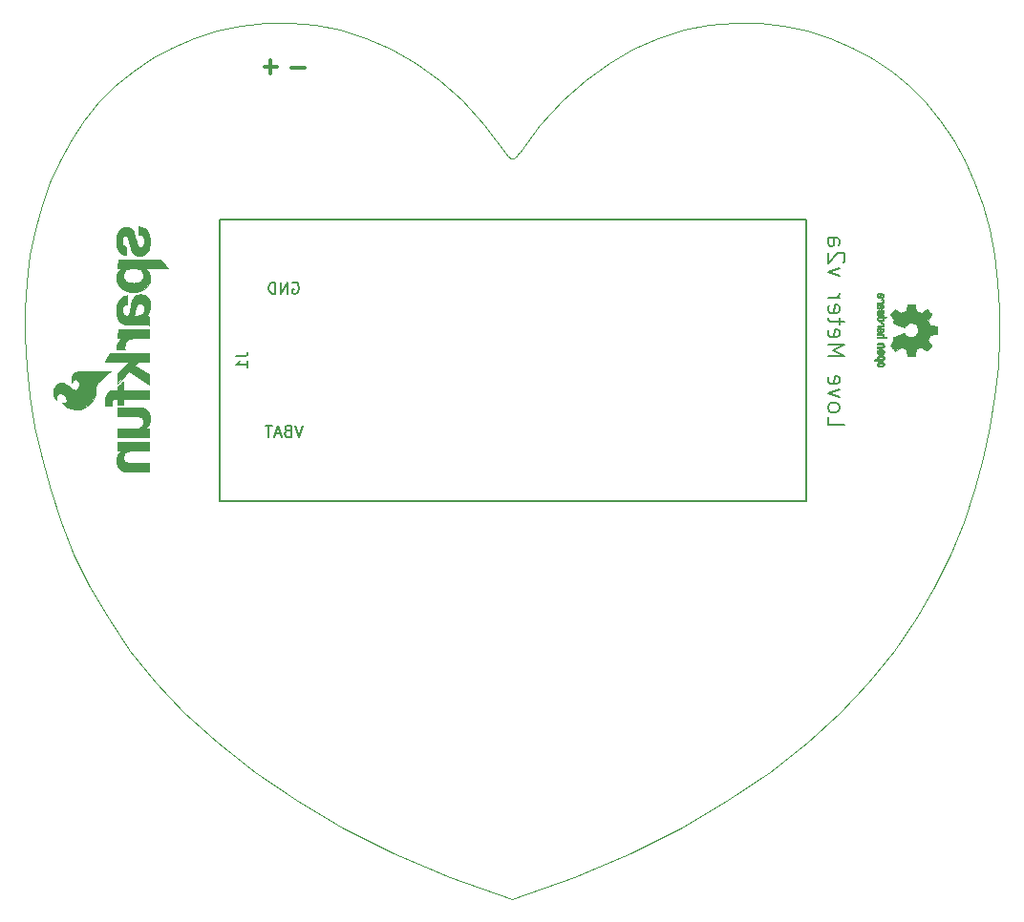
<source format=gbr>
G04 #@! TF.FileFunction,Legend,Bot*
%FSLAX46Y46*%
G04 Gerber Fmt 4.6, Leading zero omitted, Abs format (unit mm)*
G04 Created by KiCad (PCBNEW 4.0.7) date 11/09/18 11:24:19*
%MOMM*%
%LPD*%
G01*
G04 APERTURE LIST*
%ADD10C,0.100000*%
%ADD11C,0.200000*%
%ADD12C,0.300000*%
%ADD13C,0.150000*%
%ADD14C,0.010000*%
G04 APERTURE END LIST*
D10*
D11*
X176486429Y-102186427D02*
X176486429Y-102900713D01*
X177986429Y-102900713D01*
X176486429Y-101472141D02*
X176557857Y-101614999D01*
X176629286Y-101686427D01*
X176772143Y-101757856D01*
X177200714Y-101757856D01*
X177343571Y-101686427D01*
X177415000Y-101614999D01*
X177486429Y-101472141D01*
X177486429Y-101257856D01*
X177415000Y-101114999D01*
X177343571Y-101043570D01*
X177200714Y-100972141D01*
X176772143Y-100972141D01*
X176629286Y-101043570D01*
X176557857Y-101114999D01*
X176486429Y-101257856D01*
X176486429Y-101472141D01*
X177486429Y-100472141D02*
X176486429Y-100114998D01*
X177486429Y-99757856D01*
X176557857Y-98614999D02*
X176486429Y-98757856D01*
X176486429Y-99043570D01*
X176557857Y-99186427D01*
X176700714Y-99257856D01*
X177272143Y-99257856D01*
X177415000Y-99186427D01*
X177486429Y-99043570D01*
X177486429Y-98757856D01*
X177415000Y-98614999D01*
X177272143Y-98543570D01*
X177129286Y-98543570D01*
X176986429Y-99257856D01*
X176486429Y-96757856D02*
X177986429Y-96757856D01*
X176915000Y-96257856D01*
X177986429Y-95757856D01*
X176486429Y-95757856D01*
X176557857Y-94472142D02*
X176486429Y-94614999D01*
X176486429Y-94900713D01*
X176557857Y-95043570D01*
X176700714Y-95114999D01*
X177272143Y-95114999D01*
X177415000Y-95043570D01*
X177486429Y-94900713D01*
X177486429Y-94614999D01*
X177415000Y-94472142D01*
X177272143Y-94400713D01*
X177129286Y-94400713D01*
X176986429Y-95114999D01*
X177486429Y-93972142D02*
X177486429Y-93400713D01*
X177986429Y-93757856D02*
X176700714Y-93757856D01*
X176557857Y-93686428D01*
X176486429Y-93543570D01*
X176486429Y-93400713D01*
X176557857Y-92329285D02*
X176486429Y-92472142D01*
X176486429Y-92757856D01*
X176557857Y-92900713D01*
X176700714Y-92972142D01*
X177272143Y-92972142D01*
X177415000Y-92900713D01*
X177486429Y-92757856D01*
X177486429Y-92472142D01*
X177415000Y-92329285D01*
X177272143Y-92257856D01*
X177129286Y-92257856D01*
X176986429Y-92972142D01*
X176486429Y-91614999D02*
X177486429Y-91614999D01*
X177200714Y-91614999D02*
X177343571Y-91543571D01*
X177415000Y-91472142D01*
X177486429Y-91329285D01*
X177486429Y-91186428D01*
X177486429Y-89686428D02*
X176486429Y-89329285D01*
X177486429Y-88972143D01*
X177843571Y-88472143D02*
X177915000Y-88400714D01*
X177986429Y-88257857D01*
X177986429Y-87900714D01*
X177915000Y-87757857D01*
X177843571Y-87686428D01*
X177700714Y-87615000D01*
X177557857Y-87615000D01*
X177343571Y-87686428D01*
X176486429Y-88543571D01*
X176486429Y-87615000D01*
X176486429Y-86329286D02*
X177272143Y-86329286D01*
X177415000Y-86400715D01*
X177486429Y-86543572D01*
X177486429Y-86829286D01*
X177415000Y-86972143D01*
X176557857Y-86329286D02*
X176486429Y-86472143D01*
X176486429Y-86829286D01*
X176557857Y-86972143D01*
X176700714Y-87043572D01*
X176843571Y-87043572D01*
X176986429Y-86972143D01*
X177057857Y-86829286D01*
X177057857Y-86472143D01*
X177129286Y-86329286D01*
D12*
X128968572Y-71227143D02*
X130111429Y-71227143D01*
X127107143Y-71691428D02*
X127107143Y-70548571D01*
X127678571Y-71120000D02*
X126535714Y-71120000D01*
D10*
X149092301Y-78771685D02*
X149124258Y-78727400D01*
X149060344Y-78815736D02*
X149092301Y-78771685D01*
X149028388Y-78859320D02*
X149060344Y-78815736D01*
X148996431Y-78902206D02*
X149028388Y-78859320D01*
X148964474Y-78944159D02*
X148996431Y-78902206D01*
X148932517Y-78984946D02*
X148964474Y-78944159D01*
X148900560Y-79024335D02*
X148932517Y-78984946D01*
X148868603Y-79062091D02*
X148900560Y-79024335D01*
X148836647Y-79097983D02*
X148868603Y-79062091D01*
X148804690Y-79131777D02*
X148836647Y-79097983D01*
X148772733Y-79163239D02*
X148804690Y-79131777D01*
X148740776Y-79192137D02*
X148772733Y-79163239D01*
X148708819Y-79218237D02*
X148740776Y-79192137D01*
X148676863Y-79241307D02*
X148708819Y-79218237D01*
X148644906Y-79261113D02*
X148676863Y-79241307D01*
X148612949Y-79277422D02*
X148644906Y-79261113D01*
X148580992Y-79290001D02*
X148612949Y-79277422D01*
X148549035Y-79298617D02*
X148580992Y-79290001D01*
X148517078Y-79303037D02*
X148549035Y-79298617D01*
X148485122Y-79303037D02*
X148517078Y-79303037D01*
X148453165Y-79298617D02*
X148485122Y-79303037D01*
X148421208Y-79290001D02*
X148453165Y-79298617D01*
X148389251Y-79277422D02*
X148421208Y-79290001D01*
X148357294Y-79261113D02*
X148389251Y-79277422D01*
X148325337Y-79241307D02*
X148357294Y-79261113D01*
X148293381Y-79218237D02*
X148325337Y-79241307D01*
X148261424Y-79192137D02*
X148293381Y-79218237D01*
X148229467Y-79163239D02*
X148261424Y-79192137D01*
X148197510Y-79131777D02*
X148229467Y-79163239D01*
X148165553Y-79097983D02*
X148197510Y-79131777D01*
X148133597Y-79062091D02*
X148165553Y-79097983D01*
X148101640Y-79024335D02*
X148133597Y-79062091D01*
X148069683Y-78984946D02*
X148101640Y-79024335D01*
X148037726Y-78944159D02*
X148069683Y-78984946D01*
X148005769Y-78902206D02*
X148037726Y-78944159D01*
X147973812Y-78859320D02*
X148005769Y-78902206D01*
X147941856Y-78815736D02*
X147973812Y-78859320D01*
X147909899Y-78771685D02*
X147941856Y-78815736D01*
X147877942Y-78727400D02*
X147909899Y-78771685D01*
X146024691Y-76265210D02*
X147877942Y-78727400D01*
X144066980Y-74126681D02*
X146024691Y-76265210D01*
X142021176Y-72299991D02*
X144066980Y-74126681D01*
X139903649Y-70773315D02*
X142021176Y-72299991D01*
X137730764Y-69534830D02*
X139903649Y-70773315D01*
X135518890Y-68572714D02*
X137730764Y-69534830D01*
X133284394Y-67875143D02*
X135518890Y-68572714D01*
X131043644Y-67430294D02*
X133284394Y-67875143D01*
X128813008Y-67226344D02*
X131043644Y-67430294D01*
X126608853Y-67251469D02*
X128813008Y-67226344D01*
X124447546Y-67493847D02*
X126608853Y-67251469D01*
X122345456Y-67941653D02*
X124447546Y-67493847D01*
X120318950Y-68583065D02*
X122345456Y-67941653D01*
X118384396Y-69406260D02*
X120318950Y-68583065D01*
X116558161Y-70399414D02*
X118384396Y-69406260D01*
X114856518Y-71550739D02*
X116558161Y-70399414D01*
X113290051Y-72850505D02*
X114856518Y-71550739D01*
X111860524Y-74292176D02*
X113290051Y-72850505D01*
X110568943Y-75869492D02*
X111860524Y-74292176D01*
X109416314Y-77576191D02*
X110568943Y-75869492D01*
X108403644Y-79406012D02*
X109416314Y-77576191D01*
X107531938Y-81352693D02*
X108403644Y-79406012D01*
X106802203Y-83409973D02*
X107531938Y-81352693D01*
X106215445Y-85571591D02*
X106802203Y-83409973D01*
X105772670Y-87831286D02*
X106215445Y-85571591D01*
X105474884Y-90182796D02*
X105772670Y-87831286D01*
X105323093Y-92619860D02*
X105474884Y-90182796D01*
X105318303Y-95136217D02*
X105323093Y-92619860D01*
X105461521Y-97725605D02*
X105318303Y-95136217D01*
X105753752Y-100381763D02*
X105461521Y-97725605D01*
X106196003Y-103098430D02*
X105753752Y-100381763D01*
X106790359Y-105868984D02*
X106196003Y-103098430D01*
X107551450Y-108682610D02*
X106790359Y-105868984D01*
X108502001Y-111525785D02*
X107551450Y-108682610D01*
X109664872Y-114384945D02*
X108502001Y-111525785D01*
X111062923Y-117246524D02*
X109664872Y-114384945D01*
X112719011Y-120096954D02*
X111062923Y-117246524D01*
X114655998Y-122922671D02*
X112719011Y-120096954D01*
X116896742Y-125710108D02*
X114655998Y-122922671D01*
X119464104Y-128445699D02*
X116896742Y-125710108D01*
X122380941Y-131115878D02*
X119464104Y-128445699D01*
X125670114Y-133707078D02*
X122380941Y-131115878D01*
X129354483Y-136205735D02*
X125670114Y-133707078D01*
X133456907Y-138598282D02*
X129354483Y-136205735D01*
X138000244Y-140871152D02*
X133456907Y-138598282D01*
X143007356Y-143010780D02*
X138000244Y-140871152D01*
X148501100Y-145003600D02*
X143007356Y-143010780D01*
X150977509Y-76265210D02*
X149124258Y-78727400D01*
X152935220Y-74126681D02*
X150977509Y-76265210D01*
X154981024Y-72299991D02*
X152935220Y-74126681D01*
X157098551Y-70773315D02*
X154981024Y-72299991D01*
X159271436Y-69534830D02*
X157098551Y-70773315D01*
X161483310Y-68572714D02*
X159271436Y-69534830D01*
X163717806Y-67875143D02*
X161483310Y-68572714D01*
X165958556Y-67430294D02*
X163717806Y-67875143D01*
X168189192Y-67226344D02*
X165958556Y-67430294D01*
X170393347Y-67251469D02*
X168189192Y-67226344D01*
X172554654Y-67493847D02*
X170393347Y-67251469D01*
X174656744Y-67941653D02*
X172554654Y-67493847D01*
X176683250Y-68583065D02*
X174656744Y-67941653D01*
X178617804Y-69406260D02*
X176683250Y-68583065D01*
X180444039Y-70399414D02*
X178617804Y-69406260D01*
X182145682Y-71550739D02*
X180444039Y-70399414D01*
X183712149Y-72850505D02*
X182145682Y-71550739D01*
X185141676Y-74292176D02*
X183712149Y-72850505D01*
X186433257Y-75869492D02*
X185141676Y-74292176D01*
X187585886Y-77576191D02*
X186433257Y-75869492D01*
X188598556Y-79406012D02*
X187585886Y-77576191D01*
X189470262Y-81352693D02*
X188598556Y-79406012D01*
X190199997Y-83409973D02*
X189470262Y-81352693D01*
X190786755Y-85571591D02*
X190199997Y-83409973D01*
X191229530Y-87831286D02*
X190786755Y-85571591D01*
X191527316Y-90182796D02*
X191229530Y-87831286D01*
X191679107Y-92619860D02*
X191527316Y-90182796D01*
X191683897Y-95136217D02*
X191679107Y-92619860D01*
X191540679Y-97725605D02*
X191683897Y-95136217D01*
X191248448Y-100381763D02*
X191540679Y-97725605D01*
X190806197Y-103098430D02*
X191248448Y-100381763D01*
X190211841Y-105868984D02*
X190806197Y-103098430D01*
X189450750Y-108682610D02*
X190211841Y-105868984D01*
X188500199Y-111525785D02*
X189450750Y-108682610D01*
X187337328Y-114384945D02*
X188500199Y-111525785D01*
X185939277Y-117246524D02*
X187337328Y-114384945D01*
X184283189Y-120096954D02*
X185939277Y-117246524D01*
X182346202Y-122922671D02*
X184283189Y-120096954D01*
X180105458Y-125710108D02*
X182346202Y-122922671D01*
X177538096Y-128445699D02*
X180105458Y-125710108D01*
X174621259Y-131115878D02*
X177538096Y-128445699D01*
X171332086Y-133707078D02*
X174621259Y-131115878D01*
X167647717Y-136205735D02*
X171332086Y-133707078D01*
X163545293Y-138598282D02*
X167647717Y-136205735D01*
X159001956Y-140871152D02*
X163545293Y-138598282D01*
X153994844Y-143010780D02*
X159001956Y-140871152D01*
X148501100Y-145003600D02*
X153994844Y-143010780D01*
D13*
X122590000Y-84655000D02*
X122590000Y-109655000D01*
X122590000Y-109655000D02*
X174590000Y-109655000D01*
X174590000Y-109655000D02*
X174590000Y-84655000D01*
X174590000Y-84655000D02*
X122590000Y-84655000D01*
D14*
G36*
X181468082Y-96888256D02*
X181440432Y-96832799D01*
X181389520Y-96783852D01*
X181370662Y-96770371D01*
X181345985Y-96755686D01*
X181319184Y-96746158D01*
X181283413Y-96740707D01*
X181231831Y-96738253D01*
X181163733Y-96737714D01*
X181070412Y-96740148D01*
X181000343Y-96748606D01*
X180948069Y-96764826D01*
X180908131Y-96790546D01*
X180875071Y-96827503D01*
X180873114Y-96830218D01*
X180853092Y-96866640D01*
X180843185Y-96910498D01*
X180840743Y-96966276D01*
X180840743Y-97056952D01*
X180752717Y-97056990D01*
X180703692Y-97057834D01*
X180674935Y-97062976D01*
X180657689Y-97076413D01*
X180643192Y-97102142D01*
X180640231Y-97108321D01*
X180626352Y-97137236D01*
X180617586Y-97159624D01*
X180616829Y-97176271D01*
X180626977Y-97187964D01*
X180650927Y-97195490D01*
X180691574Y-97199634D01*
X180751814Y-97201185D01*
X180834545Y-97200929D01*
X180942661Y-97199651D01*
X180975000Y-97199252D01*
X181086476Y-97197815D01*
X181159397Y-97196528D01*
X181159397Y-97057029D01*
X181097501Y-97056245D01*
X181057003Y-97052760D01*
X181030292Y-97044876D01*
X181009756Y-97030895D01*
X180999740Y-97021403D01*
X180970433Y-96982596D01*
X180968048Y-96948237D01*
X180992250Y-96912784D01*
X180993143Y-96911886D01*
X181011847Y-96897461D01*
X181037268Y-96888687D01*
X181076416Y-96884261D01*
X181136303Y-96882882D01*
X181149570Y-96882857D01*
X181232099Y-96886188D01*
X181289309Y-96897031D01*
X181324234Y-96916660D01*
X181339906Y-96946350D01*
X181341486Y-96963509D01*
X181334074Y-97004234D01*
X181309670Y-97032168D01*
X181265020Y-97048983D01*
X181196870Y-97056350D01*
X181159397Y-97057029D01*
X181159397Y-97196528D01*
X181172755Y-97196292D01*
X181237667Y-97194323D01*
X181285042Y-97191550D01*
X181318710Y-97187612D01*
X181342502Y-97182151D01*
X181360247Y-97174808D01*
X181375776Y-97165223D01*
X181381619Y-97161113D01*
X181436815Y-97106595D01*
X181468110Y-97037664D01*
X181476835Y-96957928D01*
X181468082Y-96888256D01*
X181468082Y-96888256D01*
G37*
X181468082Y-96888256D02*
X181440432Y-96832799D01*
X181389520Y-96783852D01*
X181370662Y-96770371D01*
X181345985Y-96755686D01*
X181319184Y-96746158D01*
X181283413Y-96740707D01*
X181231831Y-96738253D01*
X181163733Y-96737714D01*
X181070412Y-96740148D01*
X181000343Y-96748606D01*
X180948069Y-96764826D01*
X180908131Y-96790546D01*
X180875071Y-96827503D01*
X180873114Y-96830218D01*
X180853092Y-96866640D01*
X180843185Y-96910498D01*
X180840743Y-96966276D01*
X180840743Y-97056952D01*
X180752717Y-97056990D01*
X180703692Y-97057834D01*
X180674935Y-97062976D01*
X180657689Y-97076413D01*
X180643192Y-97102142D01*
X180640231Y-97108321D01*
X180626352Y-97137236D01*
X180617586Y-97159624D01*
X180616829Y-97176271D01*
X180626977Y-97187964D01*
X180650927Y-97195490D01*
X180691574Y-97199634D01*
X180751814Y-97201185D01*
X180834545Y-97200929D01*
X180942661Y-97199651D01*
X180975000Y-97199252D01*
X181086476Y-97197815D01*
X181159397Y-97196528D01*
X181159397Y-97057029D01*
X181097501Y-97056245D01*
X181057003Y-97052760D01*
X181030292Y-97044876D01*
X181009756Y-97030895D01*
X180999740Y-97021403D01*
X180970433Y-96982596D01*
X180968048Y-96948237D01*
X180992250Y-96912784D01*
X180993143Y-96911886D01*
X181011847Y-96897461D01*
X181037268Y-96888687D01*
X181076416Y-96884261D01*
X181136303Y-96882882D01*
X181149570Y-96882857D01*
X181232099Y-96886188D01*
X181289309Y-96897031D01*
X181324234Y-96916660D01*
X181339906Y-96946350D01*
X181341486Y-96963509D01*
X181334074Y-97004234D01*
X181309670Y-97032168D01*
X181265020Y-97048983D01*
X181196870Y-97056350D01*
X181159397Y-97057029D01*
X181159397Y-97196528D01*
X181172755Y-97196292D01*
X181237667Y-97194323D01*
X181285042Y-97191550D01*
X181318710Y-97187612D01*
X181342502Y-97182151D01*
X181360247Y-97174808D01*
X181375776Y-97165223D01*
X181381619Y-97161113D01*
X181436815Y-97106595D01*
X181468110Y-97037664D01*
X181476835Y-96957928D01*
X181468082Y-96888256D01*
G36*
X181460220Y-95771907D02*
X181433277Y-95725328D01*
X181406534Y-95692943D01*
X181378516Y-95669258D01*
X181344252Y-95652941D01*
X181298773Y-95642661D01*
X181237108Y-95637086D01*
X181154289Y-95634884D01*
X181094754Y-95634629D01*
X180875609Y-95634629D01*
X180847956Y-95696314D01*
X180820303Y-95758000D01*
X181060330Y-95765257D01*
X181149972Y-95768256D01*
X181215038Y-95771402D01*
X181259974Y-95775299D01*
X181289230Y-95780553D01*
X181307252Y-95787769D01*
X181318489Y-95797550D01*
X181320921Y-95800688D01*
X181339917Y-95848239D01*
X181332400Y-95896303D01*
X181312457Y-95924914D01*
X181298325Y-95936553D01*
X181279780Y-95944609D01*
X181251666Y-95949729D01*
X181208827Y-95952559D01*
X181146105Y-95953744D01*
X181080739Y-95953943D01*
X180998732Y-95953982D01*
X180940684Y-95955386D01*
X180901535Y-95960086D01*
X180876220Y-95970013D01*
X180859677Y-95987097D01*
X180846844Y-96013268D01*
X180833509Y-96048225D01*
X180818993Y-96086404D01*
X181076611Y-96081859D01*
X181169481Y-96080029D01*
X181238111Y-96077888D01*
X181287289Y-96074819D01*
X181321802Y-96070206D01*
X181346438Y-96063432D01*
X181365984Y-96053881D01*
X181383230Y-96042366D01*
X181438320Y-95986810D01*
X181470178Y-95919020D01*
X181477809Y-95845287D01*
X181460220Y-95771907D01*
X181460220Y-95771907D01*
G37*
X181460220Y-95771907D02*
X181433277Y-95725328D01*
X181406534Y-95692943D01*
X181378516Y-95669258D01*
X181344252Y-95652941D01*
X181298773Y-95642661D01*
X181237108Y-95637086D01*
X181154289Y-95634884D01*
X181094754Y-95634629D01*
X180875609Y-95634629D01*
X180847956Y-95696314D01*
X180820303Y-95758000D01*
X181060330Y-95765257D01*
X181149972Y-95768256D01*
X181215038Y-95771402D01*
X181259974Y-95775299D01*
X181289230Y-95780553D01*
X181307252Y-95787769D01*
X181318489Y-95797550D01*
X181320921Y-95800688D01*
X181339917Y-95848239D01*
X181332400Y-95896303D01*
X181312457Y-95924914D01*
X181298325Y-95936553D01*
X181279780Y-95944609D01*
X181251666Y-95949729D01*
X181208827Y-95952559D01*
X181146105Y-95953744D01*
X181080739Y-95953943D01*
X180998732Y-95953982D01*
X180940684Y-95955386D01*
X180901535Y-95960086D01*
X180876220Y-95970013D01*
X180859677Y-95987097D01*
X180846844Y-96013268D01*
X180833509Y-96048225D01*
X180818993Y-96086404D01*
X181076611Y-96081859D01*
X181169481Y-96080029D01*
X181238111Y-96077888D01*
X181287289Y-96074819D01*
X181321802Y-96070206D01*
X181346438Y-96063432D01*
X181365984Y-96053881D01*
X181383230Y-96042366D01*
X181438320Y-95986810D01*
X181470178Y-95919020D01*
X181477809Y-95845287D01*
X181460220Y-95771907D01*
G36*
X181466038Y-97446885D02*
X181430267Y-97378855D01*
X181372699Y-97328649D01*
X181335688Y-97310815D01*
X181280118Y-97296937D01*
X181209904Y-97289833D01*
X181133273Y-97289160D01*
X181058448Y-97294573D01*
X180993658Y-97305730D01*
X180947127Y-97322286D01*
X180939113Y-97327374D01*
X180879293Y-97387645D01*
X180843465Y-97459231D01*
X180832980Y-97536908D01*
X180849190Y-97615452D01*
X180858908Y-97637311D01*
X180888857Y-97679878D01*
X180928567Y-97717237D01*
X180933603Y-97720768D01*
X180957876Y-97735119D01*
X180983822Y-97744606D01*
X181017978Y-97750210D01*
X181066881Y-97752914D01*
X181137065Y-97753701D01*
X181152800Y-97753714D01*
X181157808Y-97753678D01*
X181157808Y-97608571D01*
X181091570Y-97607727D01*
X181047614Y-97604404D01*
X181019221Y-97597417D01*
X180999675Y-97585584D01*
X180993143Y-97579543D01*
X180968320Y-97544814D01*
X180969452Y-97511097D01*
X180990984Y-97477005D01*
X181013971Y-97456671D01*
X181047522Y-97444629D01*
X181100431Y-97437866D01*
X181106601Y-97437402D01*
X181202487Y-97436248D01*
X181273701Y-97448312D01*
X181319806Y-97473430D01*
X181340365Y-97511440D01*
X181341486Y-97525008D01*
X181335848Y-97560636D01*
X181316314Y-97585006D01*
X181278958Y-97599907D01*
X181219850Y-97607125D01*
X181157808Y-97608571D01*
X181157808Y-97753678D01*
X181227587Y-97753174D01*
X181279841Y-97750904D01*
X181316051Y-97745932D01*
X181342701Y-97737287D01*
X181366278Y-97723995D01*
X181370662Y-97721057D01*
X181429751Y-97671687D01*
X181464053Y-97617891D01*
X181477669Y-97552398D01*
X181478335Y-97530158D01*
X181466038Y-97446885D01*
X181466038Y-97446885D01*
G37*
X181466038Y-97446885D02*
X181430267Y-97378855D01*
X181372699Y-97328649D01*
X181335688Y-97310815D01*
X181280118Y-97296937D01*
X181209904Y-97289833D01*
X181133273Y-97289160D01*
X181058448Y-97294573D01*
X180993658Y-97305730D01*
X180947127Y-97322286D01*
X180939113Y-97327374D01*
X180879293Y-97387645D01*
X180843465Y-97459231D01*
X180832980Y-97536908D01*
X180849190Y-97615452D01*
X180858908Y-97637311D01*
X180888857Y-97679878D01*
X180928567Y-97717237D01*
X180933603Y-97720768D01*
X180957876Y-97735119D01*
X180983822Y-97744606D01*
X181017978Y-97750210D01*
X181066881Y-97752914D01*
X181137065Y-97753701D01*
X181152800Y-97753714D01*
X181157808Y-97753678D01*
X181157808Y-97608571D01*
X181091570Y-97607727D01*
X181047614Y-97604404D01*
X181019221Y-97597417D01*
X180999675Y-97585584D01*
X180993143Y-97579543D01*
X180968320Y-97544814D01*
X180969452Y-97511097D01*
X180990984Y-97477005D01*
X181013971Y-97456671D01*
X181047522Y-97444629D01*
X181100431Y-97437866D01*
X181106601Y-97437402D01*
X181202487Y-97436248D01*
X181273701Y-97448312D01*
X181319806Y-97473430D01*
X181340365Y-97511440D01*
X181341486Y-97525008D01*
X181335848Y-97560636D01*
X181316314Y-97585006D01*
X181278958Y-97599907D01*
X181219850Y-97607125D01*
X181157808Y-97608571D01*
X181157808Y-97753678D01*
X181227587Y-97753174D01*
X181279841Y-97750904D01*
X181316051Y-97745932D01*
X181342701Y-97737287D01*
X181366278Y-97723995D01*
X181370662Y-97721057D01*
X181429751Y-97671687D01*
X181464053Y-97617891D01*
X181477669Y-97552398D01*
X181478335Y-97530158D01*
X181466038Y-97446885D01*
G36*
X181456761Y-96319697D02*
X181418265Y-96262473D01*
X181362665Y-96218251D01*
X181291914Y-96191833D01*
X181239838Y-96186490D01*
X181218107Y-96187097D01*
X181201469Y-96192178D01*
X181186563Y-96206145D01*
X181170027Y-96233411D01*
X181148502Y-96278388D01*
X181118626Y-96345489D01*
X181118476Y-96345829D01*
X181090187Y-96407593D01*
X181065067Y-96458241D01*
X181045821Y-96492596D01*
X181035152Y-96505482D01*
X181035066Y-96505486D01*
X181011834Y-96494128D01*
X180986226Y-96467569D01*
X180967779Y-96437077D01*
X180964114Y-96421630D01*
X180976788Y-96379485D01*
X181008529Y-96343192D01*
X181043428Y-96325483D01*
X181069155Y-96308448D01*
X181098454Y-96275078D01*
X181123765Y-96235851D01*
X181137529Y-96201244D01*
X181138286Y-96194007D01*
X181125840Y-96185861D01*
X181094028Y-96185370D01*
X181051134Y-96191357D01*
X181005442Y-96202643D01*
X180965239Y-96218050D01*
X180963678Y-96218829D01*
X180898938Y-96265196D01*
X180854903Y-96325289D01*
X180833289Y-96393535D01*
X180835815Y-96464362D01*
X180864196Y-96532196D01*
X180866192Y-96535212D01*
X180914552Y-96588573D01*
X180977648Y-96623660D01*
X181060613Y-96643078D01*
X181083922Y-96645684D01*
X181193945Y-96650299D01*
X181245252Y-96644767D01*
X181245252Y-96505486D01*
X181213247Y-96503676D01*
X181203907Y-96493778D01*
X181210895Y-96469102D01*
X181227413Y-96430205D01*
X181248119Y-96386725D01*
X181248667Y-96385644D01*
X181268051Y-96348791D01*
X181280987Y-96334000D01*
X181294549Y-96337647D01*
X181312368Y-96353005D01*
X181338155Y-96392077D01*
X181340050Y-96434154D01*
X181321283Y-96471897D01*
X181285085Y-96497966D01*
X181245252Y-96505486D01*
X181245252Y-96644767D01*
X181281973Y-96640806D01*
X181351788Y-96616450D01*
X181400698Y-96582544D01*
X181450122Y-96521347D01*
X181474641Y-96453937D01*
X181476203Y-96385120D01*
X181456761Y-96319697D01*
X181456761Y-96319697D01*
G37*
X181456761Y-96319697D02*
X181418265Y-96262473D01*
X181362665Y-96218251D01*
X181291914Y-96191833D01*
X181239838Y-96186490D01*
X181218107Y-96187097D01*
X181201469Y-96192178D01*
X181186563Y-96206145D01*
X181170027Y-96233411D01*
X181148502Y-96278388D01*
X181118626Y-96345489D01*
X181118476Y-96345829D01*
X181090187Y-96407593D01*
X181065067Y-96458241D01*
X181045821Y-96492596D01*
X181035152Y-96505482D01*
X181035066Y-96505486D01*
X181011834Y-96494128D01*
X180986226Y-96467569D01*
X180967779Y-96437077D01*
X180964114Y-96421630D01*
X180976788Y-96379485D01*
X181008529Y-96343192D01*
X181043428Y-96325483D01*
X181069155Y-96308448D01*
X181098454Y-96275078D01*
X181123765Y-96235851D01*
X181137529Y-96201244D01*
X181138286Y-96194007D01*
X181125840Y-96185861D01*
X181094028Y-96185370D01*
X181051134Y-96191357D01*
X181005442Y-96202643D01*
X180965239Y-96218050D01*
X180963678Y-96218829D01*
X180898938Y-96265196D01*
X180854903Y-96325289D01*
X180833289Y-96393535D01*
X180835815Y-96464362D01*
X180864196Y-96532196D01*
X180866192Y-96535212D01*
X180914552Y-96588573D01*
X180977648Y-96623660D01*
X181060613Y-96643078D01*
X181083922Y-96645684D01*
X181193945Y-96650299D01*
X181245252Y-96644767D01*
X181245252Y-96505486D01*
X181213247Y-96503676D01*
X181203907Y-96493778D01*
X181210895Y-96469102D01*
X181227413Y-96430205D01*
X181248119Y-96386725D01*
X181248667Y-96385644D01*
X181268051Y-96348791D01*
X181280987Y-96334000D01*
X181294549Y-96337647D01*
X181312368Y-96353005D01*
X181338155Y-96392077D01*
X181340050Y-96434154D01*
X181321283Y-96471897D01*
X181285085Y-96497966D01*
X181245252Y-96505486D01*
X181245252Y-96644767D01*
X181281973Y-96640806D01*
X181351788Y-96616450D01*
X181400698Y-96582544D01*
X181450122Y-96521347D01*
X181474641Y-96453937D01*
X181476203Y-96385120D01*
X181456761Y-96319697D01*
G36*
X181536711Y-95112114D02*
X181477387Y-95107861D01*
X181442428Y-95102975D01*
X181427180Y-95096205D01*
X181426985Y-95086298D01*
X181428805Y-95083086D01*
X181441985Y-95040356D01*
X181441215Y-94984773D01*
X181427667Y-94928263D01*
X181410139Y-94892918D01*
X181382139Y-94856679D01*
X181350451Y-94830187D01*
X181310187Y-94812001D01*
X181256457Y-94800678D01*
X181184374Y-94794778D01*
X181089049Y-94792857D01*
X181070763Y-94792823D01*
X180865354Y-94792800D01*
X180849420Y-94838509D01*
X180838580Y-94870973D01*
X180833532Y-94888785D01*
X180833486Y-94889309D01*
X180847172Y-94891063D01*
X180884924Y-94892556D01*
X180941776Y-94893674D01*
X181012766Y-94894303D01*
X181055927Y-94894400D01*
X181141027Y-94894602D01*
X181202019Y-94895642D01*
X181243823Y-94898169D01*
X181271358Y-94902836D01*
X181289544Y-94910293D01*
X181303302Y-94921189D01*
X181309927Y-94927993D01*
X181336625Y-94974728D01*
X181338625Y-95025728D01*
X181316045Y-95071999D01*
X181307893Y-95080556D01*
X181292564Y-95093107D01*
X181274382Y-95101812D01*
X181248091Y-95107369D01*
X181208438Y-95110474D01*
X181150168Y-95111824D01*
X181069827Y-95112114D01*
X180865354Y-95112114D01*
X180849420Y-95157823D01*
X180838580Y-95190287D01*
X180833532Y-95208099D01*
X180833486Y-95208623D01*
X180847377Y-95209963D01*
X180886561Y-95211172D01*
X180947300Y-95212199D01*
X181025859Y-95212998D01*
X181118502Y-95213519D01*
X181221491Y-95213714D01*
X181618658Y-95213714D01*
X181638556Y-95166543D01*
X181658453Y-95119371D01*
X181536711Y-95112114D01*
X181536711Y-95112114D01*
G37*
X181536711Y-95112114D02*
X181477387Y-95107861D01*
X181442428Y-95102975D01*
X181427180Y-95096205D01*
X181426985Y-95086298D01*
X181428805Y-95083086D01*
X181441985Y-95040356D01*
X181441215Y-94984773D01*
X181427667Y-94928263D01*
X181410139Y-94892918D01*
X181382139Y-94856679D01*
X181350451Y-94830187D01*
X181310187Y-94812001D01*
X181256457Y-94800678D01*
X181184374Y-94794778D01*
X181089049Y-94792857D01*
X181070763Y-94792823D01*
X180865354Y-94792800D01*
X180849420Y-94838509D01*
X180838580Y-94870973D01*
X180833532Y-94888785D01*
X180833486Y-94889309D01*
X180847172Y-94891063D01*
X180884924Y-94892556D01*
X180941776Y-94893674D01*
X181012766Y-94894303D01*
X181055927Y-94894400D01*
X181141027Y-94894602D01*
X181202019Y-94895642D01*
X181243823Y-94898169D01*
X181271358Y-94902836D01*
X181289544Y-94910293D01*
X181303302Y-94921189D01*
X181309927Y-94927993D01*
X181336625Y-94974728D01*
X181338625Y-95025728D01*
X181316045Y-95071999D01*
X181307893Y-95080556D01*
X181292564Y-95093107D01*
X181274382Y-95101812D01*
X181248091Y-95107369D01*
X181208438Y-95110474D01*
X181150168Y-95111824D01*
X181069827Y-95112114D01*
X180865354Y-95112114D01*
X180849420Y-95157823D01*
X180838580Y-95190287D01*
X180833532Y-95208099D01*
X180833486Y-95208623D01*
X180847377Y-95209963D01*
X180886561Y-95211172D01*
X180947300Y-95212199D01*
X181025859Y-95212998D01*
X181118502Y-95213519D01*
X181221491Y-95213714D01*
X181618658Y-95213714D01*
X181638556Y-95166543D01*
X181658453Y-95119371D01*
X181536711Y-95112114D01*
G36*
X181437032Y-94448256D02*
X181415913Y-94391384D01*
X181415507Y-94390733D01*
X181389620Y-94355560D01*
X181359367Y-94329593D01*
X181319942Y-94311330D01*
X181266538Y-94299268D01*
X181194349Y-94291904D01*
X181098568Y-94287736D01*
X181084922Y-94287371D01*
X180879158Y-94282124D01*
X180856322Y-94326284D01*
X180840890Y-94358237D01*
X180833577Y-94377530D01*
X180833486Y-94378422D01*
X180846978Y-94381761D01*
X180883374Y-94384413D01*
X180936548Y-94386044D01*
X180979607Y-94386400D01*
X181049359Y-94386408D01*
X181093163Y-94389597D01*
X181114056Y-94400712D01*
X181115075Y-94424499D01*
X181099259Y-94465704D01*
X181070185Y-94527914D01*
X181046037Y-94573659D01*
X181025087Y-94597187D01*
X181002253Y-94604104D01*
X181001123Y-94604114D01*
X180961788Y-94592701D01*
X180940538Y-94558908D01*
X180937461Y-94507191D01*
X180937994Y-94469939D01*
X180927265Y-94450297D01*
X180901495Y-94438048D01*
X180868663Y-94430998D01*
X180850034Y-94441158D01*
X180847368Y-94444983D01*
X180836660Y-94480999D01*
X180835144Y-94531434D01*
X180842241Y-94583374D01*
X180855212Y-94620178D01*
X180898415Y-94671062D01*
X180958554Y-94699986D01*
X181005538Y-94705714D01*
X181047918Y-94701343D01*
X181082512Y-94685525D01*
X181113237Y-94654203D01*
X181144010Y-94603322D01*
X181178748Y-94528824D01*
X181180712Y-94524286D01*
X181211713Y-94457179D01*
X181237138Y-94415768D01*
X181259986Y-94398019D01*
X181283255Y-94401893D01*
X181309944Y-94425357D01*
X181316086Y-94432373D01*
X181339900Y-94479370D01*
X181338897Y-94528067D01*
X181315549Y-94570478D01*
X181272325Y-94598616D01*
X181263840Y-94601231D01*
X181222692Y-94626692D01*
X181202872Y-94658999D01*
X181183230Y-94705714D01*
X181234050Y-94705714D01*
X181307918Y-94691504D01*
X181375673Y-94649325D01*
X181398339Y-94627376D01*
X181427431Y-94577483D01*
X181440600Y-94514033D01*
X181437032Y-94448256D01*
X181437032Y-94448256D01*
G37*
X181437032Y-94448256D02*
X181415913Y-94391384D01*
X181415507Y-94390733D01*
X181389620Y-94355560D01*
X181359367Y-94329593D01*
X181319942Y-94311330D01*
X181266538Y-94299268D01*
X181194349Y-94291904D01*
X181098568Y-94287736D01*
X181084922Y-94287371D01*
X180879158Y-94282124D01*
X180856322Y-94326284D01*
X180840890Y-94358237D01*
X180833577Y-94377530D01*
X180833486Y-94378422D01*
X180846978Y-94381761D01*
X180883374Y-94384413D01*
X180936548Y-94386044D01*
X180979607Y-94386400D01*
X181049359Y-94386408D01*
X181093163Y-94389597D01*
X181114056Y-94400712D01*
X181115075Y-94424499D01*
X181099259Y-94465704D01*
X181070185Y-94527914D01*
X181046037Y-94573659D01*
X181025087Y-94597187D01*
X181002253Y-94604104D01*
X181001123Y-94604114D01*
X180961788Y-94592701D01*
X180940538Y-94558908D01*
X180937461Y-94507191D01*
X180937994Y-94469939D01*
X180927265Y-94450297D01*
X180901495Y-94438048D01*
X180868663Y-94430998D01*
X180850034Y-94441158D01*
X180847368Y-94444983D01*
X180836660Y-94480999D01*
X180835144Y-94531434D01*
X180842241Y-94583374D01*
X180855212Y-94620178D01*
X180898415Y-94671062D01*
X180958554Y-94699986D01*
X181005538Y-94705714D01*
X181047918Y-94701343D01*
X181082512Y-94685525D01*
X181113237Y-94654203D01*
X181144010Y-94603322D01*
X181178748Y-94528824D01*
X181180712Y-94524286D01*
X181211713Y-94457179D01*
X181237138Y-94415768D01*
X181259986Y-94398019D01*
X181283255Y-94401893D01*
X181309944Y-94425357D01*
X181316086Y-94432373D01*
X181339900Y-94479370D01*
X181338897Y-94528067D01*
X181315549Y-94570478D01*
X181272325Y-94598616D01*
X181263840Y-94601231D01*
X181222692Y-94626692D01*
X181202872Y-94658999D01*
X181183230Y-94705714D01*
X181234050Y-94705714D01*
X181307918Y-94691504D01*
X181375673Y-94649325D01*
X181398339Y-94627376D01*
X181427431Y-94577483D01*
X181440600Y-94514033D01*
X181437032Y-94448256D01*
G36*
X181438245Y-93958074D02*
X181413916Y-93892142D01*
X181370883Y-93838727D01*
X181340591Y-93817836D01*
X181285006Y-93795061D01*
X181244814Y-93795534D01*
X181217783Y-93819438D01*
X181213187Y-93828283D01*
X181198856Y-93866470D01*
X181202528Y-93885972D01*
X181226593Y-93892578D01*
X181239886Y-93892914D01*
X181288790Y-93905008D01*
X181323001Y-93936529D01*
X181339524Y-93980341D01*
X181335366Y-94029305D01*
X181313773Y-94069106D01*
X181301456Y-94082550D01*
X181286513Y-94092079D01*
X181263925Y-94098515D01*
X181228672Y-94102683D01*
X181175734Y-94105403D01*
X181100093Y-94107498D01*
X181076143Y-94108040D01*
X180994210Y-94110019D01*
X180936545Y-94112269D01*
X180898392Y-94115643D01*
X180874996Y-94120994D01*
X180861602Y-94129176D01*
X180853455Y-94141041D01*
X180849856Y-94148638D01*
X180837548Y-94180898D01*
X180833486Y-94199889D01*
X180847052Y-94206164D01*
X180888066Y-94209994D01*
X180957001Y-94211400D01*
X181054331Y-94210402D01*
X181069343Y-94210092D01*
X181158141Y-94207899D01*
X181222981Y-94205307D01*
X181268933Y-94201618D01*
X181301065Y-94196136D01*
X181324447Y-94188165D01*
X181344148Y-94177007D01*
X181352590Y-94171170D01*
X181389943Y-94137704D01*
X181418997Y-94100273D01*
X181421533Y-94095691D01*
X181441557Y-94028574D01*
X181438245Y-93958074D01*
X181438245Y-93958074D01*
G37*
X181438245Y-93958074D02*
X181413916Y-93892142D01*
X181370883Y-93838727D01*
X181340591Y-93817836D01*
X181285006Y-93795061D01*
X181244814Y-93795534D01*
X181217783Y-93819438D01*
X181213187Y-93828283D01*
X181198856Y-93866470D01*
X181202528Y-93885972D01*
X181226593Y-93892578D01*
X181239886Y-93892914D01*
X181288790Y-93905008D01*
X181323001Y-93936529D01*
X181339524Y-93980341D01*
X181335366Y-94029305D01*
X181313773Y-94069106D01*
X181301456Y-94082550D01*
X181286513Y-94092079D01*
X181263925Y-94098515D01*
X181228672Y-94102683D01*
X181175734Y-94105403D01*
X181100093Y-94107498D01*
X181076143Y-94108040D01*
X180994210Y-94110019D01*
X180936545Y-94112269D01*
X180898392Y-94115643D01*
X180874996Y-94120994D01*
X180861602Y-94129176D01*
X180853455Y-94141041D01*
X180849856Y-94148638D01*
X180837548Y-94180898D01*
X180833486Y-94199889D01*
X180847052Y-94206164D01*
X180888066Y-94209994D01*
X180957001Y-94211400D01*
X181054331Y-94210402D01*
X181069343Y-94210092D01*
X181158141Y-94207899D01*
X181222981Y-94205307D01*
X181268933Y-94201618D01*
X181301065Y-94196136D01*
X181324447Y-94188165D01*
X181344148Y-94177007D01*
X181352590Y-94171170D01*
X181389943Y-94137704D01*
X181418997Y-94100273D01*
X181421533Y-94095691D01*
X181441557Y-94028574D01*
X181438245Y-93958074D01*
G36*
X181322642Y-93297883D02*
X181214163Y-93298067D01*
X181130713Y-93298781D01*
X181068296Y-93300325D01*
X181022915Y-93302999D01*
X180990571Y-93307106D01*
X180967267Y-93312945D01*
X180949005Y-93320818D01*
X180938582Y-93326779D01*
X180882055Y-93376145D01*
X180846623Y-93438736D01*
X180833910Y-93507987D01*
X180845537Y-93577332D01*
X180866432Y-93618625D01*
X180902578Y-93661975D01*
X180946724Y-93691519D01*
X181004538Y-93709345D01*
X181081687Y-93717537D01*
X181138286Y-93718698D01*
X181142353Y-93718542D01*
X181142353Y-93617143D01*
X181077450Y-93616524D01*
X181034486Y-93613686D01*
X181006378Y-93607160D01*
X180986047Y-93595477D01*
X180970712Y-93581517D01*
X180941110Y-93534635D01*
X180938581Y-93484299D01*
X180963295Y-93436724D01*
X180966644Y-93433021D01*
X180984065Y-93417217D01*
X181004791Y-93407307D01*
X181035638Y-93401942D01*
X181083423Y-93399772D01*
X181136252Y-93399429D01*
X181202619Y-93400173D01*
X181246894Y-93403252D01*
X181275991Y-93409939D01*
X181296827Y-93421504D01*
X181307893Y-93430987D01*
X181335802Y-93475040D01*
X181339157Y-93525776D01*
X181317841Y-93574204D01*
X181309927Y-93583550D01*
X181292353Y-93599460D01*
X181271413Y-93609390D01*
X181240218Y-93614722D01*
X181191878Y-93616837D01*
X181142353Y-93617143D01*
X181142353Y-93718542D01*
X181229432Y-93715190D01*
X181297914Y-93703274D01*
X181349400Y-93680865D01*
X181389557Y-93645876D01*
X181410139Y-93618625D01*
X181432375Y-93569093D01*
X181442696Y-93511684D01*
X181439933Y-93458318D01*
X181428788Y-93428457D01*
X181425617Y-93416739D01*
X181437443Y-93408963D01*
X181469134Y-93403535D01*
X181517407Y-93399429D01*
X181571171Y-93394933D01*
X181603518Y-93388687D01*
X181622015Y-93377324D01*
X181634230Y-93357472D01*
X181639638Y-93345000D01*
X181659399Y-93297829D01*
X181322642Y-93297883D01*
X181322642Y-93297883D01*
G37*
X181322642Y-93297883D02*
X181214163Y-93298067D01*
X181130713Y-93298781D01*
X181068296Y-93300325D01*
X181022915Y-93302999D01*
X180990571Y-93307106D01*
X180967267Y-93312945D01*
X180949005Y-93320818D01*
X180938582Y-93326779D01*
X180882055Y-93376145D01*
X180846623Y-93438736D01*
X180833910Y-93507987D01*
X180845537Y-93577332D01*
X180866432Y-93618625D01*
X180902578Y-93661975D01*
X180946724Y-93691519D01*
X181004538Y-93709345D01*
X181081687Y-93717537D01*
X181138286Y-93718698D01*
X181142353Y-93718542D01*
X181142353Y-93617143D01*
X181077450Y-93616524D01*
X181034486Y-93613686D01*
X181006378Y-93607160D01*
X180986047Y-93595477D01*
X180970712Y-93581517D01*
X180941110Y-93534635D01*
X180938581Y-93484299D01*
X180963295Y-93436724D01*
X180966644Y-93433021D01*
X180984065Y-93417217D01*
X181004791Y-93407307D01*
X181035638Y-93401942D01*
X181083423Y-93399772D01*
X181136252Y-93399429D01*
X181202619Y-93400173D01*
X181246894Y-93403252D01*
X181275991Y-93409939D01*
X181296827Y-93421504D01*
X181307893Y-93430987D01*
X181335802Y-93475040D01*
X181339157Y-93525776D01*
X181317841Y-93574204D01*
X181309927Y-93583550D01*
X181292353Y-93599460D01*
X181271413Y-93609390D01*
X181240218Y-93614722D01*
X181191878Y-93616837D01*
X181142353Y-93617143D01*
X181142353Y-93718542D01*
X181229432Y-93715190D01*
X181297914Y-93703274D01*
X181349400Y-93680865D01*
X181389557Y-93645876D01*
X181410139Y-93618625D01*
X181432375Y-93569093D01*
X181442696Y-93511684D01*
X181439933Y-93458318D01*
X181428788Y-93428457D01*
X181425617Y-93416739D01*
X181437443Y-93408963D01*
X181469134Y-93403535D01*
X181517407Y-93399429D01*
X181571171Y-93394933D01*
X181603518Y-93388687D01*
X181622015Y-93377324D01*
X181634230Y-93357472D01*
X181639638Y-93345000D01*
X181659399Y-93297829D01*
X181322642Y-93297883D01*
G36*
X181429337Y-92708167D02*
X181391150Y-92705952D01*
X181333114Y-92704216D01*
X181259820Y-92703101D01*
X181182945Y-92702743D01*
X180922804Y-92702743D01*
X180876873Y-92748674D01*
X180848571Y-92780325D01*
X180837107Y-92808110D01*
X180837832Y-92846085D01*
X180839679Y-92861160D01*
X180845052Y-92908274D01*
X180848131Y-92947244D01*
X180848415Y-92956743D01*
X180846555Y-92988767D01*
X180841886Y-93034568D01*
X180839679Y-93052326D01*
X180836265Y-93095943D01*
X180843680Y-93125255D01*
X180866573Y-93154320D01*
X180876873Y-93164812D01*
X180922804Y-93210743D01*
X181409398Y-93210743D01*
X181426242Y-93173774D01*
X181438718Y-93141941D01*
X181443086Y-93123317D01*
X181429282Y-93118542D01*
X181390714Y-93114079D01*
X181331644Y-93110225D01*
X181256337Y-93107278D01*
X181192714Y-93105857D01*
X180942343Y-93101886D01*
X180937444Y-93067241D01*
X180940869Y-93035732D01*
X180951959Y-93020292D01*
X180972692Y-93015977D01*
X181016855Y-93012292D01*
X181078854Y-93009531D01*
X181153091Y-93007988D01*
X181191294Y-93007765D01*
X181411217Y-93007543D01*
X181427151Y-92961834D01*
X181437985Y-92929482D01*
X181443038Y-92911885D01*
X181443086Y-92911377D01*
X181429352Y-92909612D01*
X181391270Y-92907671D01*
X181333518Y-92905718D01*
X181260773Y-92903916D01*
X181192714Y-92902657D01*
X180942343Y-92898686D01*
X180942343Y-92811600D01*
X181170760Y-92807604D01*
X181399178Y-92803608D01*
X181421132Y-92761153D01*
X181436207Y-92729808D01*
X181443049Y-92711256D01*
X181443086Y-92710721D01*
X181429337Y-92708167D01*
X181429337Y-92708167D01*
G37*
X181429337Y-92708167D02*
X181391150Y-92705952D01*
X181333114Y-92704216D01*
X181259820Y-92703101D01*
X181182945Y-92702743D01*
X180922804Y-92702743D01*
X180876873Y-92748674D01*
X180848571Y-92780325D01*
X180837107Y-92808110D01*
X180837832Y-92846085D01*
X180839679Y-92861160D01*
X180845052Y-92908274D01*
X180848131Y-92947244D01*
X180848415Y-92956743D01*
X180846555Y-92988767D01*
X180841886Y-93034568D01*
X180839679Y-93052326D01*
X180836265Y-93095943D01*
X180843680Y-93125255D01*
X180866573Y-93154320D01*
X180876873Y-93164812D01*
X180922804Y-93210743D01*
X181409398Y-93210743D01*
X181426242Y-93173774D01*
X181438718Y-93141941D01*
X181443086Y-93123317D01*
X181429282Y-93118542D01*
X181390714Y-93114079D01*
X181331644Y-93110225D01*
X181256337Y-93107278D01*
X181192714Y-93105857D01*
X180942343Y-93101886D01*
X180937444Y-93067241D01*
X180940869Y-93035732D01*
X180951959Y-93020292D01*
X180972692Y-93015977D01*
X181016855Y-93012292D01*
X181078854Y-93009531D01*
X181153091Y-93007988D01*
X181191294Y-93007765D01*
X181411217Y-93007543D01*
X181427151Y-92961834D01*
X181437985Y-92929482D01*
X181443038Y-92911885D01*
X181443086Y-92911377D01*
X181429352Y-92909612D01*
X181391270Y-92907671D01*
X181333518Y-92905718D01*
X181260773Y-92903916D01*
X181192714Y-92902657D01*
X180942343Y-92898686D01*
X180942343Y-92811600D01*
X181170760Y-92807604D01*
X181399178Y-92803608D01*
X181421132Y-92761153D01*
X181436207Y-92729808D01*
X181443049Y-92711256D01*
X181443086Y-92710721D01*
X181429337Y-92708167D01*
G36*
X181431665Y-92343124D02*
X181412656Y-92301333D01*
X181389622Y-92268531D01*
X181363867Y-92244497D01*
X181330642Y-92227903D01*
X181285200Y-92217423D01*
X181222793Y-92211729D01*
X181138673Y-92209493D01*
X181083279Y-92209257D01*
X180867174Y-92209257D01*
X180850330Y-92246226D01*
X180838019Y-92275344D01*
X180833486Y-92289769D01*
X180846975Y-92292528D01*
X180883347Y-92294718D01*
X180936458Y-92296058D01*
X180978628Y-92296343D01*
X181039553Y-92297566D01*
X181087885Y-92300864D01*
X181117482Y-92305679D01*
X181123771Y-92309504D01*
X181117348Y-92335217D01*
X181100875Y-92375582D01*
X181078542Y-92422321D01*
X181054543Y-92467155D01*
X181033070Y-92501807D01*
X181018315Y-92517998D01*
X181018155Y-92518062D01*
X180990848Y-92516670D01*
X180964781Y-92504182D01*
X180943608Y-92482257D01*
X180936526Y-92450257D01*
X180937351Y-92422908D01*
X180937958Y-92384174D01*
X180928884Y-92363842D01*
X180904908Y-92351631D01*
X180900387Y-92350091D01*
X180866194Y-92344797D01*
X180845432Y-92358953D01*
X180835538Y-92395852D01*
X180833708Y-92435711D01*
X180847273Y-92507438D01*
X180866645Y-92544568D01*
X180912155Y-92590424D01*
X180968017Y-92614744D01*
X181027043Y-92616927D01*
X181082047Y-92596371D01*
X181116514Y-92565451D01*
X181135811Y-92534580D01*
X181160241Y-92486058D01*
X181185015Y-92429515D01*
X181188801Y-92420090D01*
X181216209Y-92357981D01*
X181240366Y-92322178D01*
X181264381Y-92310663D01*
X181291365Y-92321420D01*
X181312457Y-92339886D01*
X181338428Y-92383531D01*
X181340376Y-92431554D01*
X181320363Y-92475594D01*
X181280449Y-92507291D01*
X181270152Y-92511451D01*
X181232276Y-92535673D01*
X181204158Y-92571035D01*
X181181083Y-92615657D01*
X181246515Y-92615657D01*
X181286494Y-92613031D01*
X181318003Y-92601770D01*
X181351622Y-92576801D01*
X181377516Y-92552831D01*
X181414183Y-92515559D01*
X181433879Y-92486599D01*
X181441780Y-92455495D01*
X181443086Y-92420287D01*
X181431665Y-92343124D01*
X181431665Y-92343124D01*
G37*
X181431665Y-92343124D02*
X181412656Y-92301333D01*
X181389622Y-92268531D01*
X181363867Y-92244497D01*
X181330642Y-92227903D01*
X181285200Y-92217423D01*
X181222793Y-92211729D01*
X181138673Y-92209493D01*
X181083279Y-92209257D01*
X180867174Y-92209257D01*
X180850330Y-92246226D01*
X180838019Y-92275344D01*
X180833486Y-92289769D01*
X180846975Y-92292528D01*
X180883347Y-92294718D01*
X180936458Y-92296058D01*
X180978628Y-92296343D01*
X181039553Y-92297566D01*
X181087885Y-92300864D01*
X181117482Y-92305679D01*
X181123771Y-92309504D01*
X181117348Y-92335217D01*
X181100875Y-92375582D01*
X181078542Y-92422321D01*
X181054543Y-92467155D01*
X181033070Y-92501807D01*
X181018315Y-92517998D01*
X181018155Y-92518062D01*
X180990848Y-92516670D01*
X180964781Y-92504182D01*
X180943608Y-92482257D01*
X180936526Y-92450257D01*
X180937351Y-92422908D01*
X180937958Y-92384174D01*
X180928884Y-92363842D01*
X180904908Y-92351631D01*
X180900387Y-92350091D01*
X180866194Y-92344797D01*
X180845432Y-92358953D01*
X180835538Y-92395852D01*
X180833708Y-92435711D01*
X180847273Y-92507438D01*
X180866645Y-92544568D01*
X180912155Y-92590424D01*
X180968017Y-92614744D01*
X181027043Y-92616927D01*
X181082047Y-92596371D01*
X181116514Y-92565451D01*
X181135811Y-92534580D01*
X181160241Y-92486058D01*
X181185015Y-92429515D01*
X181188801Y-92420090D01*
X181216209Y-92357981D01*
X181240366Y-92322178D01*
X181264381Y-92310663D01*
X181291365Y-92321420D01*
X181312457Y-92339886D01*
X181338428Y-92383531D01*
X181340376Y-92431554D01*
X181320363Y-92475594D01*
X181280449Y-92507291D01*
X181270152Y-92511451D01*
X181232276Y-92535673D01*
X181204158Y-92571035D01*
X181181083Y-92615657D01*
X181246515Y-92615657D01*
X181286494Y-92613031D01*
X181318003Y-92601770D01*
X181351622Y-92576801D01*
X181377516Y-92552831D01*
X181414183Y-92515559D01*
X181433879Y-92486599D01*
X181441780Y-92455495D01*
X181443086Y-92420287D01*
X181431665Y-92343124D01*
G36*
X181429248Y-91835400D02*
X181421666Y-91818052D01*
X181388872Y-91776644D01*
X181341453Y-91741235D01*
X181290849Y-91719336D01*
X181265902Y-91715771D01*
X181231073Y-91727721D01*
X181212643Y-91753933D01*
X181201484Y-91782036D01*
X181199428Y-91794905D01*
X181214351Y-91801171D01*
X181246825Y-91813544D01*
X181261498Y-91818972D01*
X181312256Y-91849410D01*
X181337573Y-91893480D01*
X181336794Y-91949990D01*
X181335797Y-91954175D01*
X181321493Y-91984345D01*
X181293607Y-92006524D01*
X181248713Y-92021673D01*
X181183385Y-92030750D01*
X181094196Y-92034714D01*
X181046739Y-92035086D01*
X180971929Y-92035270D01*
X180920931Y-92036478D01*
X180888529Y-92039691D01*
X180869505Y-92045891D01*
X180858644Y-92056060D01*
X180850728Y-92071181D01*
X180850330Y-92072054D01*
X180838019Y-92101172D01*
X180833486Y-92115597D01*
X180847191Y-92117814D01*
X180885075Y-92119711D01*
X180942285Y-92121153D01*
X181013973Y-92122002D01*
X181066435Y-92122171D01*
X181167953Y-92121308D01*
X181244968Y-92117930D01*
X181301977Y-92110858D01*
X181343474Y-92098912D01*
X181373957Y-92080910D01*
X181397920Y-92055673D01*
X181414645Y-92030753D01*
X181436903Y-91970829D01*
X181441924Y-91901089D01*
X181429248Y-91835400D01*
X181429248Y-91835400D01*
G37*
X181429248Y-91835400D02*
X181421666Y-91818052D01*
X181388872Y-91776644D01*
X181341453Y-91741235D01*
X181290849Y-91719336D01*
X181265902Y-91715771D01*
X181231073Y-91727721D01*
X181212643Y-91753933D01*
X181201484Y-91782036D01*
X181199428Y-91794905D01*
X181214351Y-91801171D01*
X181246825Y-91813544D01*
X181261498Y-91818972D01*
X181312256Y-91849410D01*
X181337573Y-91893480D01*
X181336794Y-91949990D01*
X181335797Y-91954175D01*
X181321493Y-91984345D01*
X181293607Y-92006524D01*
X181248713Y-92021673D01*
X181183385Y-92030750D01*
X181094196Y-92034714D01*
X181046739Y-92035086D01*
X180971929Y-92035270D01*
X180920931Y-92036478D01*
X180888529Y-92039691D01*
X180869505Y-92045891D01*
X180858644Y-92056060D01*
X180850728Y-92071181D01*
X180850330Y-92072054D01*
X180838019Y-92101172D01*
X180833486Y-92115597D01*
X180847191Y-92117814D01*
X180885075Y-92119711D01*
X180942285Y-92121153D01*
X181013973Y-92122002D01*
X181066435Y-92122171D01*
X181167953Y-92121308D01*
X181244968Y-92117930D01*
X181301977Y-92110858D01*
X181343474Y-92098912D01*
X181373957Y-92080910D01*
X181397920Y-92055673D01*
X181414645Y-92030753D01*
X181436903Y-91970829D01*
X181441924Y-91901089D01*
X181429248Y-91835400D01*
G36*
X181421034Y-91334405D02*
X181383503Y-91276979D01*
X181349904Y-91249281D01*
X181288936Y-91227338D01*
X181240692Y-91225595D01*
X181176184Y-91229543D01*
X181111066Y-91378314D01*
X181077798Y-91450651D01*
X181051036Y-91497916D01*
X181027856Y-91522493D01*
X181005333Y-91526763D01*
X180980545Y-91513111D01*
X180964114Y-91498057D01*
X180937765Y-91454254D01*
X180935919Y-91406611D01*
X180956454Y-91362855D01*
X180997248Y-91330711D01*
X181011653Y-91324962D01*
X181056644Y-91297424D01*
X181075818Y-91265742D01*
X181092221Y-91222286D01*
X181030034Y-91222286D01*
X180987717Y-91226128D01*
X180952031Y-91241177D01*
X180911057Y-91272720D01*
X180905733Y-91277408D01*
X180869280Y-91312494D01*
X180849717Y-91342653D01*
X180840717Y-91380385D01*
X180837770Y-91411665D01*
X180837035Y-91467615D01*
X180846340Y-91507445D01*
X180860154Y-91532292D01*
X180890533Y-91571344D01*
X180923387Y-91598375D01*
X180964706Y-91615483D01*
X181020479Y-91624762D01*
X181096695Y-91628307D01*
X181135378Y-91628590D01*
X181181753Y-91627628D01*
X181181753Y-91539993D01*
X181156874Y-91538977D01*
X181152800Y-91536444D01*
X181158335Y-91519726D01*
X181172983Y-91483751D01*
X181193810Y-91435669D01*
X181198286Y-91425614D01*
X181229186Y-91364848D01*
X181256343Y-91331368D01*
X181281780Y-91324010D01*
X181307519Y-91341609D01*
X181318891Y-91356144D01*
X181341636Y-91408590D01*
X181337878Y-91457678D01*
X181310116Y-91498773D01*
X181260848Y-91527242D01*
X181221743Y-91536369D01*
X181181753Y-91539993D01*
X181181753Y-91627628D01*
X181225751Y-91626715D01*
X181292616Y-91619804D01*
X181341305Y-91606116D01*
X181377151Y-91583904D01*
X181405487Y-91551426D01*
X181414645Y-91537267D01*
X181438493Y-91472947D01*
X181439994Y-91402527D01*
X181421034Y-91334405D01*
X181421034Y-91334405D01*
G37*
X181421034Y-91334405D02*
X181383503Y-91276979D01*
X181349904Y-91249281D01*
X181288936Y-91227338D01*
X181240692Y-91225595D01*
X181176184Y-91229543D01*
X181111066Y-91378314D01*
X181077798Y-91450651D01*
X181051036Y-91497916D01*
X181027856Y-91522493D01*
X181005333Y-91526763D01*
X180980545Y-91513111D01*
X180964114Y-91498057D01*
X180937765Y-91454254D01*
X180935919Y-91406611D01*
X180956454Y-91362855D01*
X180997248Y-91330711D01*
X181011653Y-91324962D01*
X181056644Y-91297424D01*
X181075818Y-91265742D01*
X181092221Y-91222286D01*
X181030034Y-91222286D01*
X180987717Y-91226128D01*
X180952031Y-91241177D01*
X180911057Y-91272720D01*
X180905733Y-91277408D01*
X180869280Y-91312494D01*
X180849717Y-91342653D01*
X180840717Y-91380385D01*
X180837770Y-91411665D01*
X180837035Y-91467615D01*
X180846340Y-91507445D01*
X180860154Y-91532292D01*
X180890533Y-91571344D01*
X180923387Y-91598375D01*
X180964706Y-91615483D01*
X181020479Y-91624762D01*
X181096695Y-91628307D01*
X181135378Y-91628590D01*
X181181753Y-91627628D01*
X181181753Y-91539993D01*
X181156874Y-91538977D01*
X181152800Y-91536444D01*
X181158335Y-91519726D01*
X181172983Y-91483751D01*
X181193810Y-91435669D01*
X181198286Y-91425614D01*
X181229186Y-91364848D01*
X181256343Y-91331368D01*
X181281780Y-91324010D01*
X181307519Y-91341609D01*
X181318891Y-91356144D01*
X181341636Y-91408590D01*
X181337878Y-91457678D01*
X181310116Y-91498773D01*
X181260848Y-91527242D01*
X181221743Y-91536369D01*
X181181753Y-91539993D01*
X181181753Y-91627628D01*
X181225751Y-91626715D01*
X181292616Y-91619804D01*
X181341305Y-91606116D01*
X181377151Y-91583904D01*
X181405487Y-91551426D01*
X181414645Y-91537267D01*
X181438493Y-91472947D01*
X181439994Y-91402527D01*
X181421034Y-91334405D01*
G36*
X186145652Y-94384090D02*
X186145222Y-94305546D01*
X186144058Y-94248702D01*
X186141793Y-94209895D01*
X186138060Y-94185462D01*
X186132494Y-94171738D01*
X186124727Y-94165060D01*
X186114395Y-94161764D01*
X186113057Y-94161444D01*
X186088921Y-94156438D01*
X186041299Y-94147171D01*
X185975259Y-94134608D01*
X185895872Y-94119713D01*
X185808204Y-94103449D01*
X185805125Y-94102881D01*
X185719211Y-94086590D01*
X185643304Y-94071348D01*
X185581955Y-94058139D01*
X185539718Y-94047946D01*
X185521145Y-94041752D01*
X185520816Y-94041457D01*
X185511747Y-94023212D01*
X185496633Y-93985595D01*
X185478738Y-93936729D01*
X185478642Y-93936457D01*
X185455507Y-93874907D01*
X185426035Y-93802343D01*
X185396403Y-93733943D01*
X185394938Y-93730706D01*
X185344374Y-93619298D01*
X185512840Y-93372601D01*
X185564197Y-93296923D01*
X185610111Y-93228369D01*
X185647970Y-93170912D01*
X185675163Y-93128524D01*
X185689079Y-93105175D01*
X185690111Y-93102958D01*
X185685516Y-93085990D01*
X185663345Y-93054299D01*
X185622553Y-93006648D01*
X185562095Y-92941802D01*
X185497773Y-92875603D01*
X185434388Y-92811786D01*
X185376549Y-92754671D01*
X185327825Y-92707695D01*
X185291790Y-92674297D01*
X185272016Y-92657915D01*
X185270998Y-92657306D01*
X185257428Y-92655495D01*
X185235267Y-92662317D01*
X185201522Y-92679460D01*
X185153200Y-92708607D01*
X185087308Y-92751445D01*
X185002483Y-92808552D01*
X184927823Y-92859234D01*
X184860860Y-92904539D01*
X184805484Y-92941850D01*
X184765580Y-92968548D01*
X184745038Y-92982015D01*
X184743644Y-92982863D01*
X184723962Y-92981219D01*
X184685707Y-92968755D01*
X184636111Y-92947952D01*
X184620272Y-92940538D01*
X184549710Y-92908186D01*
X184469647Y-92873672D01*
X184400371Y-92845635D01*
X184348955Y-92825432D01*
X184309881Y-92809385D01*
X184289459Y-92800112D01*
X184287886Y-92798959D01*
X184285279Y-92781904D01*
X184278137Y-92741702D01*
X184267477Y-92683698D01*
X184254315Y-92613237D01*
X184239667Y-92535665D01*
X184224551Y-92456328D01*
X184209982Y-92380569D01*
X184196978Y-92313736D01*
X184186555Y-92261172D01*
X184179730Y-92228224D01*
X184177801Y-92220143D01*
X184173038Y-92211795D01*
X184162282Y-92205494D01*
X184141902Y-92200955D01*
X184108266Y-92197896D01*
X184057745Y-92196033D01*
X183986708Y-92195082D01*
X183891524Y-92194760D01*
X183852508Y-92194743D01*
X183535201Y-92194743D01*
X183520161Y-92270943D01*
X183512005Y-92313337D01*
X183500101Y-92376600D01*
X183485884Y-92453038D01*
X183470790Y-92534957D01*
X183466645Y-92557600D01*
X183451947Y-92633194D01*
X183437495Y-92699047D01*
X183424625Y-92749634D01*
X183414678Y-92779426D01*
X183411713Y-92784388D01*
X183390717Y-92796574D01*
X183350033Y-92814047D01*
X183297678Y-92833423D01*
X183286400Y-92837266D01*
X183216477Y-92862661D01*
X183137582Y-92894183D01*
X183066734Y-92925031D01*
X183066405Y-92925183D01*
X182955267Y-92976553D01*
X182706747Y-92807601D01*
X182458228Y-92638648D01*
X182240942Y-92855571D01*
X182176274Y-92921181D01*
X182119267Y-92981021D01*
X182072967Y-93031733D01*
X182040416Y-93069954D01*
X182024657Y-93092325D01*
X182023657Y-93095534D01*
X182031531Y-93114374D01*
X182053422Y-93152820D01*
X182086733Y-93206670D01*
X182128869Y-93271724D01*
X182176057Y-93342060D01*
X182224190Y-93413445D01*
X182266072Y-93477092D01*
X182299129Y-93528959D01*
X182320782Y-93565005D01*
X182328457Y-93581133D01*
X182321963Y-93600811D01*
X182304850Y-93638125D01*
X182280674Y-93685379D01*
X182277987Y-93690388D01*
X182246073Y-93754023D01*
X182230421Y-93797659D01*
X182230255Y-93824798D01*
X182244796Y-93838943D01*
X182245000Y-93839025D01*
X182262221Y-93846095D01*
X182303101Y-93862958D01*
X182364475Y-93888305D01*
X182443181Y-93920829D01*
X182536053Y-93959222D01*
X182639928Y-94002178D01*
X182740498Y-94043778D01*
X182851484Y-94089496D01*
X182954297Y-94131474D01*
X183045785Y-94168452D01*
X183122799Y-94199173D01*
X183182185Y-94222378D01*
X183220791Y-94236810D01*
X183235200Y-94241257D01*
X183251728Y-94230104D01*
X183278070Y-94200931D01*
X183307113Y-94162029D01*
X183398961Y-94051243D01*
X183504241Y-93964649D01*
X183620734Y-93903284D01*
X183746224Y-93868185D01*
X183878493Y-93860392D01*
X183939543Y-93866057D01*
X184066205Y-93896922D01*
X184178059Y-93950080D01*
X184273999Y-94022233D01*
X184352924Y-94110083D01*
X184413730Y-94210335D01*
X184455313Y-94319690D01*
X184476572Y-94434853D01*
X184476401Y-94552525D01*
X184453699Y-94669410D01*
X184407362Y-94782211D01*
X184336287Y-94887631D01*
X184296089Y-94931632D01*
X184192871Y-95016021D01*
X184080075Y-95074778D01*
X183960990Y-95108296D01*
X183838905Y-95116965D01*
X183717107Y-95101177D01*
X183598884Y-95061322D01*
X183487525Y-94997793D01*
X183386316Y-94910979D01*
X183307113Y-94813971D01*
X183276838Y-94773563D01*
X183250781Y-94745018D01*
X183235175Y-94734743D01*
X183218157Y-94740123D01*
X183177500Y-94755425D01*
X183116358Y-94779388D01*
X183037881Y-94810756D01*
X182945220Y-94848268D01*
X182841528Y-94890667D01*
X182740474Y-94932337D01*
X182629393Y-94978310D01*
X182526459Y-95020893D01*
X182434835Y-95058779D01*
X182357684Y-95090660D01*
X182298169Y-95115229D01*
X182259456Y-95131180D01*
X182245000Y-95137090D01*
X182230315Y-95151052D01*
X182230358Y-95178060D01*
X182245901Y-95221587D01*
X182277716Y-95285110D01*
X182277987Y-95285612D01*
X182302677Y-95333440D01*
X182320662Y-95372103D01*
X182328386Y-95393905D01*
X182328457Y-95394867D01*
X182320622Y-95411279D01*
X182298835Y-95447513D01*
X182265672Y-95499526D01*
X182223709Y-95563275D01*
X182176057Y-95633940D01*
X182127809Y-95705884D01*
X182085849Y-95770726D01*
X182052773Y-95824265D01*
X182031179Y-95862303D01*
X182023657Y-95880467D01*
X182033543Y-95897192D01*
X182061174Y-95930820D01*
X182103505Y-95977990D01*
X182157495Y-96035342D01*
X182220101Y-96099516D01*
X182241017Y-96120503D01*
X182458377Y-96337501D01*
X182700780Y-96172332D01*
X182775219Y-96122136D01*
X182842028Y-96078081D01*
X182897335Y-96042638D01*
X182937271Y-96018281D01*
X182957964Y-96007478D01*
X182959437Y-96007162D01*
X182978942Y-96012857D01*
X183018178Y-96028174D01*
X183070570Y-96050463D01*
X183105645Y-96066107D01*
X183172799Y-96095359D01*
X183240642Y-96122906D01*
X183297966Y-96144263D01*
X183315428Y-96150065D01*
X183362062Y-96166548D01*
X183398095Y-96182660D01*
X183411713Y-96191510D01*
X183420048Y-96211040D01*
X183431863Y-96253666D01*
X183445819Y-96313855D01*
X183460578Y-96386078D01*
X183466645Y-96418400D01*
X183481727Y-96500478D01*
X183496331Y-96579205D01*
X183509020Y-96646891D01*
X183518358Y-96695840D01*
X183520161Y-96705057D01*
X183535201Y-96781257D01*
X183852508Y-96781257D01*
X183956846Y-96781086D01*
X184035787Y-96780384D01*
X184092962Y-96778866D01*
X184132001Y-96776251D01*
X184156535Y-96772254D01*
X184170195Y-96766591D01*
X184176611Y-96758980D01*
X184177801Y-96755857D01*
X184182020Y-96737022D01*
X184190438Y-96695412D01*
X184202039Y-96636370D01*
X184215805Y-96565243D01*
X184230720Y-96487375D01*
X184245768Y-96408113D01*
X184259931Y-96332802D01*
X184272194Y-96266787D01*
X184281539Y-96215413D01*
X184286950Y-96184025D01*
X184287886Y-96177041D01*
X184300404Y-96170715D01*
X184333754Y-96156710D01*
X184381623Y-96137645D01*
X184400371Y-96130366D01*
X184472805Y-96101004D01*
X184552830Y-96066429D01*
X184620272Y-96035463D01*
X184671841Y-96012677D01*
X184714215Y-95997518D01*
X184740166Y-95992458D01*
X184743644Y-95993264D01*
X184760064Y-96003959D01*
X184796583Y-96028380D01*
X184849313Y-96063905D01*
X184914365Y-96107913D01*
X184987849Y-96157783D01*
X185002355Y-96167644D01*
X185088296Y-96225508D01*
X185153739Y-96268044D01*
X185201696Y-96296946D01*
X185235180Y-96313910D01*
X185257205Y-96320633D01*
X185270783Y-96318810D01*
X185270869Y-96318764D01*
X185288703Y-96304414D01*
X185323183Y-96272677D01*
X185370732Y-96226990D01*
X185427778Y-96170796D01*
X185490745Y-96107532D01*
X185497773Y-96100398D01*
X185574980Y-96020670D01*
X185631670Y-95959143D01*
X185668890Y-95914579D01*
X185687685Y-95885743D01*
X185690111Y-95873042D01*
X185679529Y-95854506D01*
X185655084Y-95816039D01*
X185619388Y-95761614D01*
X185575053Y-95695202D01*
X185524689Y-95620775D01*
X185512840Y-95603399D01*
X185344374Y-95356703D01*
X185394938Y-95245294D01*
X185424405Y-95177543D01*
X185454041Y-95104817D01*
X185477670Y-95042297D01*
X185478642Y-95039543D01*
X185496543Y-94990640D01*
X185511680Y-94952943D01*
X185520790Y-94934575D01*
X185520816Y-94934544D01*
X185537283Y-94928715D01*
X185577781Y-94918808D01*
X185637758Y-94905805D01*
X185712660Y-94890691D01*
X185797936Y-94874448D01*
X185805125Y-94873119D01*
X185892986Y-94856825D01*
X185972740Y-94841867D01*
X186039319Y-94829209D01*
X186087653Y-94819814D01*
X186112675Y-94814646D01*
X186113057Y-94814556D01*
X186123701Y-94811411D01*
X186131738Y-94805296D01*
X186137533Y-94792547D01*
X186141453Y-94769500D01*
X186143865Y-94732491D01*
X186145135Y-94677856D01*
X186145629Y-94601933D01*
X186145714Y-94501056D01*
X186145714Y-94488000D01*
X186145652Y-94384090D01*
X186145652Y-94384090D01*
G37*
X186145652Y-94384090D02*
X186145222Y-94305546D01*
X186144058Y-94248702D01*
X186141793Y-94209895D01*
X186138060Y-94185462D01*
X186132494Y-94171738D01*
X186124727Y-94165060D01*
X186114395Y-94161764D01*
X186113057Y-94161444D01*
X186088921Y-94156438D01*
X186041299Y-94147171D01*
X185975259Y-94134608D01*
X185895872Y-94119713D01*
X185808204Y-94103449D01*
X185805125Y-94102881D01*
X185719211Y-94086590D01*
X185643304Y-94071348D01*
X185581955Y-94058139D01*
X185539718Y-94047946D01*
X185521145Y-94041752D01*
X185520816Y-94041457D01*
X185511747Y-94023212D01*
X185496633Y-93985595D01*
X185478738Y-93936729D01*
X185478642Y-93936457D01*
X185455507Y-93874907D01*
X185426035Y-93802343D01*
X185396403Y-93733943D01*
X185394938Y-93730706D01*
X185344374Y-93619298D01*
X185512840Y-93372601D01*
X185564197Y-93296923D01*
X185610111Y-93228369D01*
X185647970Y-93170912D01*
X185675163Y-93128524D01*
X185689079Y-93105175D01*
X185690111Y-93102958D01*
X185685516Y-93085990D01*
X185663345Y-93054299D01*
X185622553Y-93006648D01*
X185562095Y-92941802D01*
X185497773Y-92875603D01*
X185434388Y-92811786D01*
X185376549Y-92754671D01*
X185327825Y-92707695D01*
X185291790Y-92674297D01*
X185272016Y-92657915D01*
X185270998Y-92657306D01*
X185257428Y-92655495D01*
X185235267Y-92662317D01*
X185201522Y-92679460D01*
X185153200Y-92708607D01*
X185087308Y-92751445D01*
X185002483Y-92808552D01*
X184927823Y-92859234D01*
X184860860Y-92904539D01*
X184805484Y-92941850D01*
X184765580Y-92968548D01*
X184745038Y-92982015D01*
X184743644Y-92982863D01*
X184723962Y-92981219D01*
X184685707Y-92968755D01*
X184636111Y-92947952D01*
X184620272Y-92940538D01*
X184549710Y-92908186D01*
X184469647Y-92873672D01*
X184400371Y-92845635D01*
X184348955Y-92825432D01*
X184309881Y-92809385D01*
X184289459Y-92800112D01*
X184287886Y-92798959D01*
X184285279Y-92781904D01*
X184278137Y-92741702D01*
X184267477Y-92683698D01*
X184254315Y-92613237D01*
X184239667Y-92535665D01*
X184224551Y-92456328D01*
X184209982Y-92380569D01*
X184196978Y-92313736D01*
X184186555Y-92261172D01*
X184179730Y-92228224D01*
X184177801Y-92220143D01*
X184173038Y-92211795D01*
X184162282Y-92205494D01*
X184141902Y-92200955D01*
X184108266Y-92197896D01*
X184057745Y-92196033D01*
X183986708Y-92195082D01*
X183891524Y-92194760D01*
X183852508Y-92194743D01*
X183535201Y-92194743D01*
X183520161Y-92270943D01*
X183512005Y-92313337D01*
X183500101Y-92376600D01*
X183485884Y-92453038D01*
X183470790Y-92534957D01*
X183466645Y-92557600D01*
X183451947Y-92633194D01*
X183437495Y-92699047D01*
X183424625Y-92749634D01*
X183414678Y-92779426D01*
X183411713Y-92784388D01*
X183390717Y-92796574D01*
X183350033Y-92814047D01*
X183297678Y-92833423D01*
X183286400Y-92837266D01*
X183216477Y-92862661D01*
X183137582Y-92894183D01*
X183066734Y-92925031D01*
X183066405Y-92925183D01*
X182955267Y-92976553D01*
X182706747Y-92807601D01*
X182458228Y-92638648D01*
X182240942Y-92855571D01*
X182176274Y-92921181D01*
X182119267Y-92981021D01*
X182072967Y-93031733D01*
X182040416Y-93069954D01*
X182024657Y-93092325D01*
X182023657Y-93095534D01*
X182031531Y-93114374D01*
X182053422Y-93152820D01*
X182086733Y-93206670D01*
X182128869Y-93271724D01*
X182176057Y-93342060D01*
X182224190Y-93413445D01*
X182266072Y-93477092D01*
X182299129Y-93528959D01*
X182320782Y-93565005D01*
X182328457Y-93581133D01*
X182321963Y-93600811D01*
X182304850Y-93638125D01*
X182280674Y-93685379D01*
X182277987Y-93690388D01*
X182246073Y-93754023D01*
X182230421Y-93797659D01*
X182230255Y-93824798D01*
X182244796Y-93838943D01*
X182245000Y-93839025D01*
X182262221Y-93846095D01*
X182303101Y-93862958D01*
X182364475Y-93888305D01*
X182443181Y-93920829D01*
X182536053Y-93959222D01*
X182639928Y-94002178D01*
X182740498Y-94043778D01*
X182851484Y-94089496D01*
X182954297Y-94131474D01*
X183045785Y-94168452D01*
X183122799Y-94199173D01*
X183182185Y-94222378D01*
X183220791Y-94236810D01*
X183235200Y-94241257D01*
X183251728Y-94230104D01*
X183278070Y-94200931D01*
X183307113Y-94162029D01*
X183398961Y-94051243D01*
X183504241Y-93964649D01*
X183620734Y-93903284D01*
X183746224Y-93868185D01*
X183878493Y-93860392D01*
X183939543Y-93866057D01*
X184066205Y-93896922D01*
X184178059Y-93950080D01*
X184273999Y-94022233D01*
X184352924Y-94110083D01*
X184413730Y-94210335D01*
X184455313Y-94319690D01*
X184476572Y-94434853D01*
X184476401Y-94552525D01*
X184453699Y-94669410D01*
X184407362Y-94782211D01*
X184336287Y-94887631D01*
X184296089Y-94931632D01*
X184192871Y-95016021D01*
X184080075Y-95074778D01*
X183960990Y-95108296D01*
X183838905Y-95116965D01*
X183717107Y-95101177D01*
X183598884Y-95061322D01*
X183487525Y-94997793D01*
X183386316Y-94910979D01*
X183307113Y-94813971D01*
X183276838Y-94773563D01*
X183250781Y-94745018D01*
X183235175Y-94734743D01*
X183218157Y-94740123D01*
X183177500Y-94755425D01*
X183116358Y-94779388D01*
X183037881Y-94810756D01*
X182945220Y-94848268D01*
X182841528Y-94890667D01*
X182740474Y-94932337D01*
X182629393Y-94978310D01*
X182526459Y-95020893D01*
X182434835Y-95058779D01*
X182357684Y-95090660D01*
X182298169Y-95115229D01*
X182259456Y-95131180D01*
X182245000Y-95137090D01*
X182230315Y-95151052D01*
X182230358Y-95178060D01*
X182245901Y-95221587D01*
X182277716Y-95285110D01*
X182277987Y-95285612D01*
X182302677Y-95333440D01*
X182320662Y-95372103D01*
X182328386Y-95393905D01*
X182328457Y-95394867D01*
X182320622Y-95411279D01*
X182298835Y-95447513D01*
X182265672Y-95499526D01*
X182223709Y-95563275D01*
X182176057Y-95633940D01*
X182127809Y-95705884D01*
X182085849Y-95770726D01*
X182052773Y-95824265D01*
X182031179Y-95862303D01*
X182023657Y-95880467D01*
X182033543Y-95897192D01*
X182061174Y-95930820D01*
X182103505Y-95977990D01*
X182157495Y-96035342D01*
X182220101Y-96099516D01*
X182241017Y-96120503D01*
X182458377Y-96337501D01*
X182700780Y-96172332D01*
X182775219Y-96122136D01*
X182842028Y-96078081D01*
X182897335Y-96042638D01*
X182937271Y-96018281D01*
X182957964Y-96007478D01*
X182959437Y-96007162D01*
X182978942Y-96012857D01*
X183018178Y-96028174D01*
X183070570Y-96050463D01*
X183105645Y-96066107D01*
X183172799Y-96095359D01*
X183240642Y-96122906D01*
X183297966Y-96144263D01*
X183315428Y-96150065D01*
X183362062Y-96166548D01*
X183398095Y-96182660D01*
X183411713Y-96191510D01*
X183420048Y-96211040D01*
X183431863Y-96253666D01*
X183445819Y-96313855D01*
X183460578Y-96386078D01*
X183466645Y-96418400D01*
X183481727Y-96500478D01*
X183496331Y-96579205D01*
X183509020Y-96646891D01*
X183518358Y-96695840D01*
X183520161Y-96705057D01*
X183535201Y-96781257D01*
X183852508Y-96781257D01*
X183956846Y-96781086D01*
X184035787Y-96780384D01*
X184092962Y-96778866D01*
X184132001Y-96776251D01*
X184156535Y-96772254D01*
X184170195Y-96766591D01*
X184176611Y-96758980D01*
X184177801Y-96755857D01*
X184182020Y-96737022D01*
X184190438Y-96695412D01*
X184202039Y-96636370D01*
X184215805Y-96565243D01*
X184230720Y-96487375D01*
X184245768Y-96408113D01*
X184259931Y-96332802D01*
X184272194Y-96266787D01*
X184281539Y-96215413D01*
X184286950Y-96184025D01*
X184287886Y-96177041D01*
X184300404Y-96170715D01*
X184333754Y-96156710D01*
X184381623Y-96137645D01*
X184400371Y-96130366D01*
X184472805Y-96101004D01*
X184552830Y-96066429D01*
X184620272Y-96035463D01*
X184671841Y-96012677D01*
X184714215Y-95997518D01*
X184740166Y-95992458D01*
X184743644Y-95993264D01*
X184760064Y-96003959D01*
X184796583Y-96028380D01*
X184849313Y-96063905D01*
X184914365Y-96107913D01*
X184987849Y-96157783D01*
X185002355Y-96167644D01*
X185088296Y-96225508D01*
X185153739Y-96268044D01*
X185201696Y-96296946D01*
X185235180Y-96313910D01*
X185257205Y-96320633D01*
X185270783Y-96318810D01*
X185270869Y-96318764D01*
X185288703Y-96304414D01*
X185323183Y-96272677D01*
X185370732Y-96226990D01*
X185427778Y-96170796D01*
X185490745Y-96107532D01*
X185497773Y-96100398D01*
X185574980Y-96020670D01*
X185631670Y-95959143D01*
X185668890Y-95914579D01*
X185687685Y-95885743D01*
X185690111Y-95873042D01*
X185679529Y-95854506D01*
X185655084Y-95816039D01*
X185619388Y-95761614D01*
X185575053Y-95695202D01*
X185524689Y-95620775D01*
X185512840Y-95603399D01*
X185344374Y-95356703D01*
X185394938Y-95245294D01*
X185424405Y-95177543D01*
X185454041Y-95104817D01*
X185477670Y-95042297D01*
X185478642Y-95039543D01*
X185496543Y-94990640D01*
X185511680Y-94952943D01*
X185520790Y-94934575D01*
X185520816Y-94934544D01*
X185537283Y-94928715D01*
X185577781Y-94918808D01*
X185637758Y-94905805D01*
X185712660Y-94890691D01*
X185797936Y-94874448D01*
X185805125Y-94873119D01*
X185892986Y-94856825D01*
X185972740Y-94841867D01*
X186039319Y-94829209D01*
X186087653Y-94819814D01*
X186112675Y-94814646D01*
X186113057Y-94814556D01*
X186123701Y-94811411D01*
X186131738Y-94805296D01*
X186137533Y-94792547D01*
X186141453Y-94769500D01*
X186143865Y-94732491D01*
X186145135Y-94677856D01*
X186145629Y-94601933D01*
X186145714Y-94501056D01*
X186145714Y-94488000D01*
X186145652Y-94384090D01*
G36*
X115412520Y-86029800D02*
X115521740Y-86039960D01*
X115620800Y-86080600D01*
X115702080Y-86141560D01*
X115770660Y-86220300D01*
X115821460Y-86311740D01*
X115851940Y-86410800D01*
X115872260Y-86509860D01*
X115882420Y-86631780D01*
X115882420Y-86710520D01*
X115862100Y-86801960D01*
X115841780Y-86880700D01*
X115801140Y-86961980D01*
X115760500Y-87030560D01*
X115691920Y-87091520D01*
X115610640Y-87122000D01*
X115521740Y-87139780D01*
X115440460Y-87122000D01*
X115371880Y-87081360D01*
X115310920Y-87000080D01*
X115260120Y-86901020D01*
X115211860Y-86781640D01*
X115171220Y-86631780D01*
X115130580Y-86451440D01*
X115082320Y-86250780D01*
X115041680Y-86090760D01*
X114990880Y-85920580D01*
X114932460Y-85770720D01*
X114861340Y-85641180D01*
X114762280Y-85521800D01*
X114640360Y-85430360D01*
X114500660Y-85379560D01*
X114330480Y-85361780D01*
X114081560Y-85389720D01*
X113880900Y-85460840D01*
X113720880Y-85590380D01*
X113601500Y-85750400D01*
X113520220Y-85930740D01*
X113461800Y-86141560D01*
X113431320Y-86360000D01*
X113421160Y-86591140D01*
X113431320Y-86819740D01*
X113461800Y-87030560D01*
X113520220Y-87241380D01*
X113611660Y-87421720D01*
X113731040Y-87581740D01*
X113891060Y-87701120D01*
X114081560Y-87790020D01*
X114320320Y-87840820D01*
X114320320Y-87101680D01*
X114221260Y-87081360D01*
X114142520Y-87040720D01*
X114071400Y-86989920D01*
X114020600Y-86931500D01*
X113982500Y-86850220D01*
X113962180Y-86761320D01*
X113941860Y-86669880D01*
X113941860Y-86499700D01*
X113952020Y-86420960D01*
X113962180Y-86349840D01*
X113982500Y-86281260D01*
X114020600Y-86220300D01*
X114061240Y-86179660D01*
X114122200Y-86151720D01*
X114200940Y-86131400D01*
X114300000Y-86151720D01*
X114371120Y-86210140D01*
X114432080Y-86301580D01*
X114480340Y-86410800D01*
X114520980Y-86540340D01*
X114551460Y-86690200D01*
X114592100Y-86850220D01*
X114620040Y-87020400D01*
X114670840Y-87180420D01*
X114721640Y-87350600D01*
X114780060Y-87500460D01*
X114861340Y-87630000D01*
X114960400Y-87751920D01*
X115092480Y-87840820D01*
X115242340Y-87891620D01*
X115420140Y-87911940D01*
X115671600Y-87881460D01*
X115882420Y-87800180D01*
X116050060Y-87670640D01*
X116192300Y-87510620D01*
X116291360Y-87309960D01*
X116352320Y-87091520D01*
X116390420Y-86860380D01*
X116400580Y-86621620D01*
X116390420Y-86380320D01*
X116352320Y-86141560D01*
X116281200Y-85920580D01*
X116182140Y-85719920D01*
X116050060Y-85549740D01*
X115882420Y-85420200D01*
X115661440Y-85331300D01*
X115412520Y-85290660D01*
X115412520Y-85940900D01*
X115412520Y-86029800D01*
G37*
X115412520Y-86029800D02*
X115521740Y-86039960D01*
X115620800Y-86080600D01*
X115702080Y-86141560D01*
X115770660Y-86220300D01*
X115821460Y-86311740D01*
X115851940Y-86410800D01*
X115872260Y-86509860D01*
X115882420Y-86631780D01*
X115882420Y-86710520D01*
X115862100Y-86801960D01*
X115841780Y-86880700D01*
X115801140Y-86961980D01*
X115760500Y-87030560D01*
X115691920Y-87091520D01*
X115610640Y-87122000D01*
X115521740Y-87139780D01*
X115440460Y-87122000D01*
X115371880Y-87081360D01*
X115310920Y-87000080D01*
X115260120Y-86901020D01*
X115211860Y-86781640D01*
X115171220Y-86631780D01*
X115130580Y-86451440D01*
X115082320Y-86250780D01*
X115041680Y-86090760D01*
X114990880Y-85920580D01*
X114932460Y-85770720D01*
X114861340Y-85641180D01*
X114762280Y-85521800D01*
X114640360Y-85430360D01*
X114500660Y-85379560D01*
X114330480Y-85361780D01*
X114081560Y-85389720D01*
X113880900Y-85460840D01*
X113720880Y-85590380D01*
X113601500Y-85750400D01*
X113520220Y-85930740D01*
X113461800Y-86141560D01*
X113431320Y-86360000D01*
X113421160Y-86591140D01*
X113431320Y-86819740D01*
X113461800Y-87030560D01*
X113520220Y-87241380D01*
X113611660Y-87421720D01*
X113731040Y-87581740D01*
X113891060Y-87701120D01*
X114081560Y-87790020D01*
X114320320Y-87840820D01*
X114320320Y-87101680D01*
X114221260Y-87081360D01*
X114142520Y-87040720D01*
X114071400Y-86989920D01*
X114020600Y-86931500D01*
X113982500Y-86850220D01*
X113962180Y-86761320D01*
X113941860Y-86669880D01*
X113941860Y-86499700D01*
X113952020Y-86420960D01*
X113962180Y-86349840D01*
X113982500Y-86281260D01*
X114020600Y-86220300D01*
X114061240Y-86179660D01*
X114122200Y-86151720D01*
X114200940Y-86131400D01*
X114300000Y-86151720D01*
X114371120Y-86210140D01*
X114432080Y-86301580D01*
X114480340Y-86410800D01*
X114520980Y-86540340D01*
X114551460Y-86690200D01*
X114592100Y-86850220D01*
X114620040Y-87020400D01*
X114670840Y-87180420D01*
X114721640Y-87350600D01*
X114780060Y-87500460D01*
X114861340Y-87630000D01*
X114960400Y-87751920D01*
X115092480Y-87840820D01*
X115242340Y-87891620D01*
X115420140Y-87911940D01*
X115671600Y-87881460D01*
X115882420Y-87800180D01*
X116050060Y-87670640D01*
X116192300Y-87510620D01*
X116291360Y-87309960D01*
X116352320Y-87091520D01*
X116390420Y-86860380D01*
X116400580Y-86621620D01*
X116390420Y-86380320D01*
X116352320Y-86141560D01*
X116281200Y-85920580D01*
X116182140Y-85719920D01*
X116050060Y-85549740D01*
X115882420Y-85420200D01*
X115661440Y-85331300D01*
X115412520Y-85290660D01*
X115412520Y-85940900D01*
X115412520Y-86029800D01*
G36*
X115402360Y-90241120D02*
X115252500Y-90291920D01*
X115092480Y-90309700D01*
X114922300Y-90319860D01*
X114940080Y-91099640D01*
X115222020Y-91081860D01*
X115491260Y-91020900D01*
X115730020Y-90932000D01*
X115402360Y-90241120D01*
G37*
X115402360Y-90241120D02*
X115252500Y-90291920D01*
X115092480Y-90309700D01*
X114922300Y-90319860D01*
X114940080Y-91099640D01*
X115222020Y-91081860D01*
X115491260Y-91020900D01*
X115730020Y-90932000D01*
X115402360Y-90241120D01*
G36*
X115730020Y-90932000D02*
X115951000Y-90789760D01*
X116141500Y-90619580D01*
X116281200Y-90401140D01*
X116370100Y-90149680D01*
X116400580Y-89860120D01*
X116390420Y-89730580D01*
X116370100Y-89611200D01*
X116342160Y-89491820D01*
X116291360Y-89380060D01*
X116230400Y-89270840D01*
X116161820Y-89171780D01*
X116070380Y-89090500D01*
X115971320Y-89011760D01*
X118010940Y-89011760D01*
X117922040Y-88910160D01*
X117840760Y-88811100D01*
X117751860Y-88709500D01*
X117660420Y-88620600D01*
X117581680Y-88521540D01*
X117490240Y-88419940D01*
X117411500Y-88331040D01*
X117320060Y-88231980D01*
X113631980Y-88231980D01*
X113611660Y-88320880D01*
X113591340Y-88409780D01*
X113581180Y-88511380D01*
X113560860Y-88600280D01*
X113550700Y-88691720D01*
X113530380Y-88780620D01*
X113510060Y-88879680D01*
X113502440Y-88971120D01*
X113860580Y-88971120D01*
X113751360Y-89049860D01*
X113662460Y-89141300D01*
X113581180Y-89230200D01*
X113520220Y-89331800D01*
X113482120Y-89441020D01*
X113441480Y-89560400D01*
X113431320Y-89689940D01*
X113421160Y-89811860D01*
X113451640Y-90121740D01*
X113540540Y-90390980D01*
X113690400Y-90611960D01*
X113880900Y-90789760D01*
X114112040Y-90932000D01*
X114360960Y-91020900D01*
X114640360Y-91081860D01*
X114940080Y-91099640D01*
X114922300Y-90319860D01*
X114752120Y-90309700D01*
X114581940Y-90291920D01*
X114432080Y-90241120D01*
X114292380Y-90170000D01*
X114170460Y-90081100D01*
X114081560Y-89961720D01*
X114030760Y-89819480D01*
X114010440Y-89641680D01*
X114030760Y-89471500D01*
X114081560Y-89321640D01*
X114170460Y-89209880D01*
X114292380Y-89120980D01*
X114432080Y-89049860D01*
X114581940Y-89011760D01*
X114752120Y-88981280D01*
X114922300Y-88971120D01*
X115092480Y-88981280D01*
X115252500Y-89011760D01*
X115402360Y-89049860D01*
X115542060Y-89120980D01*
X115651280Y-89209880D01*
X115740180Y-89331800D01*
X115801140Y-89481660D01*
X115821460Y-89651840D01*
X115801140Y-89829640D01*
X115740180Y-89971880D01*
X115651280Y-90091260D01*
X115542060Y-90180160D01*
X115402360Y-90241120D01*
X115730020Y-90932000D01*
G37*
X115730020Y-90932000D02*
X115951000Y-90789760D01*
X116141500Y-90619580D01*
X116281200Y-90401140D01*
X116370100Y-90149680D01*
X116400580Y-89860120D01*
X116390420Y-89730580D01*
X116370100Y-89611200D01*
X116342160Y-89491820D01*
X116291360Y-89380060D01*
X116230400Y-89270840D01*
X116161820Y-89171780D01*
X116070380Y-89090500D01*
X115971320Y-89011760D01*
X118010940Y-89011760D01*
X117922040Y-88910160D01*
X117840760Y-88811100D01*
X117751860Y-88709500D01*
X117660420Y-88620600D01*
X117581680Y-88521540D01*
X117490240Y-88419940D01*
X117411500Y-88331040D01*
X117320060Y-88231980D01*
X113631980Y-88231980D01*
X113611660Y-88320880D01*
X113591340Y-88409780D01*
X113581180Y-88511380D01*
X113560860Y-88600280D01*
X113550700Y-88691720D01*
X113530380Y-88780620D01*
X113510060Y-88879680D01*
X113502440Y-88971120D01*
X113860580Y-88971120D01*
X113751360Y-89049860D01*
X113662460Y-89141300D01*
X113581180Y-89230200D01*
X113520220Y-89331800D01*
X113482120Y-89441020D01*
X113441480Y-89560400D01*
X113431320Y-89689940D01*
X113421160Y-89811860D01*
X113451640Y-90121740D01*
X113540540Y-90390980D01*
X113690400Y-90611960D01*
X113880900Y-90789760D01*
X114112040Y-90932000D01*
X114360960Y-91020900D01*
X114640360Y-91081860D01*
X114940080Y-91099640D01*
X114922300Y-90319860D01*
X114752120Y-90309700D01*
X114581940Y-90291920D01*
X114432080Y-90241120D01*
X114292380Y-90170000D01*
X114170460Y-90081100D01*
X114081560Y-89961720D01*
X114030760Y-89819480D01*
X114010440Y-89641680D01*
X114030760Y-89471500D01*
X114081560Y-89321640D01*
X114170460Y-89209880D01*
X114292380Y-89120980D01*
X114432080Y-89049860D01*
X114581940Y-89011760D01*
X114752120Y-88981280D01*
X114922300Y-88971120D01*
X115092480Y-88981280D01*
X115252500Y-89011760D01*
X115402360Y-89049860D01*
X115542060Y-89120980D01*
X115651280Y-89209880D01*
X115740180Y-89331800D01*
X115801140Y-89481660D01*
X115821460Y-89651840D01*
X115801140Y-89829640D01*
X115740180Y-89971880D01*
X115651280Y-90091260D01*
X115542060Y-90180160D01*
X115402360Y-90241120D01*
X115730020Y-90932000D01*
G36*
X114701320Y-92280740D02*
X114681000Y-92461080D01*
X114660680Y-92631260D01*
X114640360Y-92791280D01*
X115062000Y-92880180D01*
X115062000Y-92831920D01*
X115072160Y-92791280D01*
X115082320Y-92740480D01*
X115082320Y-92699840D01*
X115092480Y-92651580D01*
X115100100Y-92600780D01*
X115110260Y-92560140D01*
X115120420Y-92511880D01*
X115130580Y-92471240D01*
X115140740Y-92430600D01*
X114701320Y-92280740D01*
G37*
X114701320Y-92280740D02*
X114681000Y-92461080D01*
X114660680Y-92631260D01*
X114640360Y-92791280D01*
X115062000Y-92880180D01*
X115062000Y-92831920D01*
X115072160Y-92791280D01*
X115082320Y-92740480D01*
X115082320Y-92699840D01*
X115092480Y-92651580D01*
X115100100Y-92600780D01*
X115110260Y-92560140D01*
X115120420Y-92511880D01*
X115130580Y-92471240D01*
X115140740Y-92430600D01*
X114701320Y-92280740D01*
G36*
X115140740Y-92430600D02*
X115150900Y-92389960D01*
X115171220Y-92351860D01*
X115181380Y-92311220D01*
X115201700Y-92270580D01*
X115222020Y-92240100D01*
X115252500Y-92209620D01*
X115280440Y-92181680D01*
X115310920Y-92161360D01*
X115341400Y-92141040D01*
X115382040Y-92120720D01*
X115420140Y-92110560D01*
X115470940Y-92100400D01*
X115570000Y-92100400D01*
X115620800Y-92110560D01*
X115661440Y-92120720D01*
X115702080Y-92141040D01*
X115730020Y-92161360D01*
X115760500Y-92181680D01*
X115790980Y-92209620D01*
X115811300Y-92240100D01*
X115831620Y-92280740D01*
X115841780Y-92311220D01*
X115862100Y-92351860D01*
X115872260Y-92389960D01*
X115882420Y-92440760D01*
X115882420Y-92679520D01*
X115862100Y-92781120D01*
X115841780Y-92859860D01*
X115801140Y-92930980D01*
X115770660Y-92991940D01*
X115722400Y-93040200D01*
X115671600Y-93080840D01*
X115620800Y-93121480D01*
X115570000Y-93141800D01*
X115511580Y-93169740D01*
X115460780Y-93179900D01*
X115412520Y-93190060D01*
X115361720Y-93200220D01*
X114940080Y-93200220D01*
X114960400Y-93179900D01*
X114980720Y-93151960D01*
X115001040Y-93121480D01*
X115011200Y-93080840D01*
X115021360Y-93040200D01*
X115031520Y-93009720D01*
X115041680Y-92961460D01*
X115051840Y-92920820D01*
X115062000Y-92880180D01*
X114640360Y-92791280D01*
X114602260Y-92920820D01*
X114561620Y-93040200D01*
X114510820Y-93131640D01*
X114432080Y-93190060D01*
X114330480Y-93200220D01*
X114272060Y-93200220D01*
X114211100Y-93190060D01*
X114170460Y-93179900D01*
X114132360Y-93159580D01*
X114091720Y-93141800D01*
X114061240Y-93121480D01*
X114030760Y-93091000D01*
X114010440Y-93060520D01*
X113990120Y-93019880D01*
X113982500Y-92981780D01*
X113962180Y-92941140D01*
X113962180Y-92900500D01*
X113952020Y-92849700D01*
X113941860Y-92801440D01*
X113941860Y-92651580D01*
X113952020Y-92590620D01*
X113962180Y-92539820D01*
X113972340Y-92501720D01*
X113982500Y-92450920D01*
X114000280Y-92410280D01*
X114020600Y-92379800D01*
X114040920Y-92341700D01*
X114071400Y-92311220D01*
X114101880Y-92280740D01*
X114142520Y-92260420D01*
X114180620Y-92240100D01*
X114221260Y-92219780D01*
X114272060Y-92209620D01*
X114320320Y-92191840D01*
X114371120Y-92191840D01*
X114371120Y-91409520D01*
X114241580Y-91429840D01*
X114122200Y-91460320D01*
X114020600Y-91500960D01*
X113921540Y-91551760D01*
X113830100Y-91610180D01*
X113751360Y-91681300D01*
X113690400Y-91770200D01*
X113631980Y-91861640D01*
X113581180Y-91950540D01*
X113530380Y-92049600D01*
X113502440Y-92161360D01*
X113471960Y-92270580D01*
X113451640Y-92389960D01*
X113441480Y-92501720D01*
X113431320Y-92621100D01*
X113431320Y-92961460D01*
X113441480Y-93060520D01*
X113461800Y-93169740D01*
X113482120Y-93281500D01*
X113502440Y-93380560D01*
X113530380Y-93479620D01*
X113571020Y-93571060D01*
X113621820Y-93659960D01*
X113680240Y-93741240D01*
X113741200Y-93809820D01*
X113822480Y-93870780D01*
X113901220Y-93921580D01*
X114000280Y-93949520D01*
X114112040Y-93980000D01*
X115801140Y-93980000D01*
X115851940Y-93990160D01*
X115981480Y-93990160D01*
X116032280Y-94000320D01*
X116070380Y-94000320D01*
X116111020Y-94010480D01*
X116151660Y-94020640D01*
X116192300Y-94030800D01*
X116220240Y-94030800D01*
X116250720Y-94040960D01*
X116281200Y-94061280D01*
X116311680Y-94071440D01*
X116332000Y-94081600D01*
X116332000Y-93291660D01*
X116311680Y-93291660D01*
X116301520Y-93281500D01*
X116281200Y-93281500D01*
X116260880Y-93271340D01*
X116250720Y-93261180D01*
X116210080Y-93261180D01*
X116202460Y-93251020D01*
X116161820Y-93251020D01*
X116141500Y-93240860D01*
X116060220Y-93240860D01*
X116100860Y-93190060D01*
X116151660Y-93141800D01*
X116192300Y-93091000D01*
X116220240Y-93040200D01*
X116250720Y-92981780D01*
X116281200Y-92920820D01*
X116311680Y-92859860D01*
X116332000Y-92801440D01*
X116352320Y-92740480D01*
X116362480Y-92679520D01*
X116380260Y-92610940D01*
X116390420Y-92549980D01*
X116400580Y-92481400D01*
X116400580Y-92420440D01*
X116410740Y-92351860D01*
X116410740Y-92191840D01*
X116400580Y-92090240D01*
X116380260Y-92001340D01*
X116362480Y-91909900D01*
X116332000Y-91821000D01*
X116291360Y-91739720D01*
X116250720Y-91671140D01*
X116202460Y-91600020D01*
X116151660Y-91541600D01*
X116080540Y-91490800D01*
X116022120Y-91440000D01*
X115940840Y-91401900D01*
X115862100Y-91371420D01*
X115760500Y-91340940D01*
X115671600Y-91330780D01*
X115562380Y-91320620D01*
X115341400Y-91351100D01*
X115171220Y-91409520D01*
X115031520Y-91500960D01*
X114922300Y-91630500D01*
X114830860Y-91770200D01*
X114772440Y-91930220D01*
X114731800Y-92100400D01*
X114701320Y-92280740D01*
X115140740Y-92430600D01*
G37*
X115140740Y-92430600D02*
X115150900Y-92389960D01*
X115171220Y-92351860D01*
X115181380Y-92311220D01*
X115201700Y-92270580D01*
X115222020Y-92240100D01*
X115252500Y-92209620D01*
X115280440Y-92181680D01*
X115310920Y-92161360D01*
X115341400Y-92141040D01*
X115382040Y-92120720D01*
X115420140Y-92110560D01*
X115470940Y-92100400D01*
X115570000Y-92100400D01*
X115620800Y-92110560D01*
X115661440Y-92120720D01*
X115702080Y-92141040D01*
X115730020Y-92161360D01*
X115760500Y-92181680D01*
X115790980Y-92209620D01*
X115811300Y-92240100D01*
X115831620Y-92280740D01*
X115841780Y-92311220D01*
X115862100Y-92351860D01*
X115872260Y-92389960D01*
X115882420Y-92440760D01*
X115882420Y-92679520D01*
X115862100Y-92781120D01*
X115841780Y-92859860D01*
X115801140Y-92930980D01*
X115770660Y-92991940D01*
X115722400Y-93040200D01*
X115671600Y-93080840D01*
X115620800Y-93121480D01*
X115570000Y-93141800D01*
X115511580Y-93169740D01*
X115460780Y-93179900D01*
X115412520Y-93190060D01*
X115361720Y-93200220D01*
X114940080Y-93200220D01*
X114960400Y-93179900D01*
X114980720Y-93151960D01*
X115001040Y-93121480D01*
X115011200Y-93080840D01*
X115021360Y-93040200D01*
X115031520Y-93009720D01*
X115041680Y-92961460D01*
X115051840Y-92920820D01*
X115062000Y-92880180D01*
X114640360Y-92791280D01*
X114602260Y-92920820D01*
X114561620Y-93040200D01*
X114510820Y-93131640D01*
X114432080Y-93190060D01*
X114330480Y-93200220D01*
X114272060Y-93200220D01*
X114211100Y-93190060D01*
X114170460Y-93179900D01*
X114132360Y-93159580D01*
X114091720Y-93141800D01*
X114061240Y-93121480D01*
X114030760Y-93091000D01*
X114010440Y-93060520D01*
X113990120Y-93019880D01*
X113982500Y-92981780D01*
X113962180Y-92941140D01*
X113962180Y-92900500D01*
X113952020Y-92849700D01*
X113941860Y-92801440D01*
X113941860Y-92651580D01*
X113952020Y-92590620D01*
X113962180Y-92539820D01*
X113972340Y-92501720D01*
X113982500Y-92450920D01*
X114000280Y-92410280D01*
X114020600Y-92379800D01*
X114040920Y-92341700D01*
X114071400Y-92311220D01*
X114101880Y-92280740D01*
X114142520Y-92260420D01*
X114180620Y-92240100D01*
X114221260Y-92219780D01*
X114272060Y-92209620D01*
X114320320Y-92191840D01*
X114371120Y-92191840D01*
X114371120Y-91409520D01*
X114241580Y-91429840D01*
X114122200Y-91460320D01*
X114020600Y-91500960D01*
X113921540Y-91551760D01*
X113830100Y-91610180D01*
X113751360Y-91681300D01*
X113690400Y-91770200D01*
X113631980Y-91861640D01*
X113581180Y-91950540D01*
X113530380Y-92049600D01*
X113502440Y-92161360D01*
X113471960Y-92270580D01*
X113451640Y-92389960D01*
X113441480Y-92501720D01*
X113431320Y-92621100D01*
X113431320Y-92961460D01*
X113441480Y-93060520D01*
X113461800Y-93169740D01*
X113482120Y-93281500D01*
X113502440Y-93380560D01*
X113530380Y-93479620D01*
X113571020Y-93571060D01*
X113621820Y-93659960D01*
X113680240Y-93741240D01*
X113741200Y-93809820D01*
X113822480Y-93870780D01*
X113901220Y-93921580D01*
X114000280Y-93949520D01*
X114112040Y-93980000D01*
X115801140Y-93980000D01*
X115851940Y-93990160D01*
X115981480Y-93990160D01*
X116032280Y-94000320D01*
X116070380Y-94000320D01*
X116111020Y-94010480D01*
X116151660Y-94020640D01*
X116192300Y-94030800D01*
X116220240Y-94030800D01*
X116250720Y-94040960D01*
X116281200Y-94061280D01*
X116311680Y-94071440D01*
X116332000Y-94081600D01*
X116332000Y-93291660D01*
X116311680Y-93291660D01*
X116301520Y-93281500D01*
X116281200Y-93281500D01*
X116260880Y-93271340D01*
X116250720Y-93261180D01*
X116210080Y-93261180D01*
X116202460Y-93251020D01*
X116161820Y-93251020D01*
X116141500Y-93240860D01*
X116060220Y-93240860D01*
X116100860Y-93190060D01*
X116151660Y-93141800D01*
X116192300Y-93091000D01*
X116220240Y-93040200D01*
X116250720Y-92981780D01*
X116281200Y-92920820D01*
X116311680Y-92859860D01*
X116332000Y-92801440D01*
X116352320Y-92740480D01*
X116362480Y-92679520D01*
X116380260Y-92610940D01*
X116390420Y-92549980D01*
X116400580Y-92481400D01*
X116400580Y-92420440D01*
X116410740Y-92351860D01*
X116410740Y-92191840D01*
X116400580Y-92090240D01*
X116380260Y-92001340D01*
X116362480Y-91909900D01*
X116332000Y-91821000D01*
X116291360Y-91739720D01*
X116250720Y-91671140D01*
X116202460Y-91600020D01*
X116151660Y-91541600D01*
X116080540Y-91490800D01*
X116022120Y-91440000D01*
X115940840Y-91401900D01*
X115862100Y-91371420D01*
X115760500Y-91340940D01*
X115671600Y-91330780D01*
X115562380Y-91320620D01*
X115341400Y-91351100D01*
X115171220Y-91409520D01*
X115031520Y-91500960D01*
X114922300Y-91630500D01*
X114830860Y-91770200D01*
X114772440Y-91930220D01*
X114731800Y-92100400D01*
X114701320Y-92280740D01*
X115140740Y-92430600D01*
G36*
X113631980Y-94421960D02*
X113611660Y-94510860D01*
X113601500Y-94609920D01*
X113581180Y-94701360D01*
X113560860Y-94790260D01*
X113550700Y-94881700D01*
X113530380Y-94970600D01*
X113510060Y-95069660D01*
X113502440Y-95161100D01*
X114020600Y-95161100D01*
X113891060Y-95229680D01*
X113781840Y-95310960D01*
X113680240Y-95410020D01*
X113591340Y-95531940D01*
X113520220Y-95651320D01*
X113461800Y-95780860D01*
X113431320Y-95920560D01*
X113421160Y-96070420D01*
X113421160Y-96131380D01*
X113431320Y-96151700D01*
X113431320Y-96169480D01*
X113441480Y-96199960D01*
X113441480Y-96220280D01*
X113451640Y-96240600D01*
X114170460Y-96240600D01*
X114160300Y-96210120D01*
X114160300Y-96179640D01*
X114150140Y-96141540D01*
X114150140Y-96070420D01*
X114142520Y-96029780D01*
X114142520Y-95961200D01*
X114160300Y-95760540D01*
X114211100Y-95600520D01*
X114300000Y-95460820D01*
X114411760Y-95361760D01*
X114541300Y-95280480D01*
X114701320Y-95229680D01*
X114871500Y-95201740D01*
X115051840Y-95191580D01*
X116332000Y-95191580D01*
X116332000Y-94411800D01*
X113972340Y-94411800D01*
X113631980Y-94421960D01*
G37*
X113631980Y-94421960D02*
X113611660Y-94510860D01*
X113601500Y-94609920D01*
X113581180Y-94701360D01*
X113560860Y-94790260D01*
X113550700Y-94881700D01*
X113530380Y-94970600D01*
X113510060Y-95069660D01*
X113502440Y-95161100D01*
X114020600Y-95161100D01*
X113891060Y-95229680D01*
X113781840Y-95310960D01*
X113680240Y-95410020D01*
X113591340Y-95531940D01*
X113520220Y-95651320D01*
X113461800Y-95780860D01*
X113431320Y-95920560D01*
X113421160Y-96070420D01*
X113421160Y-96131380D01*
X113431320Y-96151700D01*
X113431320Y-96169480D01*
X113441480Y-96199960D01*
X113441480Y-96220280D01*
X113451640Y-96240600D01*
X114170460Y-96240600D01*
X114160300Y-96210120D01*
X114160300Y-96179640D01*
X114150140Y-96141540D01*
X114150140Y-96070420D01*
X114142520Y-96029780D01*
X114142520Y-95961200D01*
X114160300Y-95760540D01*
X114211100Y-95600520D01*
X114300000Y-95460820D01*
X114411760Y-95361760D01*
X114541300Y-95280480D01*
X114701320Y-95229680D01*
X114871500Y-95201740D01*
X115051840Y-95191580D01*
X116332000Y-95191580D01*
X116332000Y-94411800D01*
X113972340Y-94411800D01*
X113631980Y-94421960D01*
G36*
X112852200Y-96540320D02*
X112420400Y-97320100D01*
X114510820Y-97320100D01*
X113502440Y-98300540D01*
X113502440Y-99220020D01*
X114541300Y-98150680D01*
X116321840Y-99341940D01*
X116321840Y-98399600D01*
X115062000Y-97619820D01*
X115351560Y-97320100D01*
X116321840Y-97320100D01*
X116321840Y-96540320D01*
X112852200Y-96540320D01*
G37*
X112852200Y-96540320D02*
X112420400Y-97320100D01*
X114510820Y-97320100D01*
X113502440Y-98300540D01*
X113502440Y-99220020D01*
X114541300Y-98150680D01*
X116321840Y-99341940D01*
X116321840Y-98399600D01*
X115062000Y-97619820D01*
X115351560Y-97320100D01*
X116321840Y-97320100D01*
X116321840Y-96540320D01*
X112852200Y-96540320D01*
G36*
X114020600Y-99811840D02*
X114020600Y-99039680D01*
X113952020Y-99110800D01*
X113891060Y-99181920D01*
X113822480Y-99240340D01*
X113761520Y-99311460D01*
X113690400Y-99369880D01*
X113631980Y-99441000D01*
X113560860Y-99509580D01*
X113502440Y-99570540D01*
X113502440Y-99811840D01*
X113281460Y-99811840D01*
X113101120Y-99822000D01*
X112930940Y-99870260D01*
X112791240Y-99941380D01*
X112661700Y-100040440D01*
X112560100Y-100180140D01*
X112481360Y-100340160D01*
X112440720Y-100530660D01*
X112420400Y-100761800D01*
X112420400Y-100911660D01*
X112430560Y-100959920D01*
X112430560Y-101071680D01*
X112440720Y-101119940D01*
X112440720Y-101170740D01*
X113022380Y-101170740D01*
X113012220Y-101130100D01*
X113012220Y-100949760D01*
X113002060Y-100921820D01*
X113002060Y-100881180D01*
X113012220Y-100810060D01*
X113022380Y-100751640D01*
X113040160Y-100690680D01*
X113080800Y-100650040D01*
X113121440Y-100619560D01*
X113182400Y-100601780D01*
X113250980Y-100591620D01*
X113502440Y-100591620D01*
X113502440Y-101119940D01*
X114020600Y-101119940D01*
X114020600Y-100591620D01*
X116321840Y-100591620D01*
X116321840Y-99811840D01*
X114300000Y-99811840D01*
X114020600Y-99811840D01*
G37*
X114020600Y-99811840D02*
X114020600Y-99039680D01*
X113952020Y-99110800D01*
X113891060Y-99181920D01*
X113822480Y-99240340D01*
X113761520Y-99311460D01*
X113690400Y-99369880D01*
X113631980Y-99441000D01*
X113560860Y-99509580D01*
X113502440Y-99570540D01*
X113502440Y-99811840D01*
X113281460Y-99811840D01*
X113101120Y-99822000D01*
X112930940Y-99870260D01*
X112791240Y-99941380D01*
X112661700Y-100040440D01*
X112560100Y-100180140D01*
X112481360Y-100340160D01*
X112440720Y-100530660D01*
X112420400Y-100761800D01*
X112420400Y-100911660D01*
X112430560Y-100959920D01*
X112430560Y-101071680D01*
X112440720Y-101119940D01*
X112440720Y-101170740D01*
X113022380Y-101170740D01*
X113012220Y-101130100D01*
X113012220Y-100949760D01*
X113002060Y-100921820D01*
X113002060Y-100881180D01*
X113012220Y-100810060D01*
X113022380Y-100751640D01*
X113040160Y-100690680D01*
X113080800Y-100650040D01*
X113121440Y-100619560D01*
X113182400Y-100601780D01*
X113250980Y-100591620D01*
X113502440Y-100591620D01*
X113502440Y-101119940D01*
X114020600Y-101119940D01*
X114020600Y-100591620D01*
X116321840Y-100591620D01*
X116321840Y-99811840D01*
X114300000Y-99811840D01*
X114020600Y-99811840D01*
G36*
X116321840Y-103990140D02*
X116321840Y-103251000D01*
X115930680Y-103251000D01*
X116042440Y-103169720D01*
X116141500Y-103070660D01*
X116220240Y-102971600D01*
X116291360Y-102859840D01*
X116342160Y-102750620D01*
X116370100Y-102631240D01*
X116390420Y-102501700D01*
X116400580Y-102379780D01*
X116380260Y-102100380D01*
X116321840Y-101871780D01*
X116220240Y-101691440D01*
X116080540Y-101551740D01*
X115910360Y-101460300D01*
X115712240Y-101391720D01*
X115491260Y-101361240D01*
X115242340Y-101351080D01*
X113502440Y-101351080D01*
X113502440Y-102120700D01*
X115092480Y-102120700D01*
X115260120Y-102130860D01*
X115402360Y-102151180D01*
X115521740Y-102191820D01*
X115620800Y-102240080D01*
X115691920Y-102301040D01*
X115750340Y-102389940D01*
X115780820Y-102501700D01*
X115790980Y-102621080D01*
X115780820Y-102770940D01*
X115740180Y-102890320D01*
X115681760Y-102999540D01*
X115600480Y-103080820D01*
X115491260Y-103141780D01*
X115351560Y-103190040D01*
X115181380Y-103220520D01*
X113502440Y-103220520D01*
X113502440Y-104000300D01*
X115971320Y-104000300D01*
X116321840Y-103990140D01*
G37*
X116321840Y-103990140D02*
X116321840Y-103251000D01*
X115930680Y-103251000D01*
X116042440Y-103169720D01*
X116141500Y-103070660D01*
X116220240Y-102971600D01*
X116291360Y-102859840D01*
X116342160Y-102750620D01*
X116370100Y-102631240D01*
X116390420Y-102501700D01*
X116400580Y-102379780D01*
X116380260Y-102100380D01*
X116321840Y-101871780D01*
X116220240Y-101691440D01*
X116080540Y-101551740D01*
X115910360Y-101460300D01*
X115712240Y-101391720D01*
X115491260Y-101361240D01*
X115242340Y-101351080D01*
X113502440Y-101351080D01*
X113502440Y-102120700D01*
X115092480Y-102120700D01*
X115260120Y-102130860D01*
X115402360Y-102151180D01*
X115521740Y-102191820D01*
X115620800Y-102240080D01*
X115691920Y-102301040D01*
X115750340Y-102389940D01*
X115780820Y-102501700D01*
X115790980Y-102621080D01*
X115780820Y-102770940D01*
X115740180Y-102890320D01*
X115681760Y-102999540D01*
X115600480Y-103080820D01*
X115491260Y-103141780D01*
X115351560Y-103190040D01*
X115181380Y-103220520D01*
X113502440Y-103220520D01*
X113502440Y-104000300D01*
X115971320Y-104000300D01*
X116321840Y-103990140D01*
G36*
X113502440Y-104421940D02*
X113502440Y-105161080D01*
X113891060Y-105161080D01*
X113891060Y-105171240D01*
X113781840Y-105249980D01*
X113680240Y-105341420D01*
X113601500Y-105440480D01*
X113530380Y-105549700D01*
X113482120Y-105671620D01*
X113451640Y-105791000D01*
X113431320Y-105910380D01*
X113421160Y-106029760D01*
X113441480Y-106311700D01*
X113502440Y-106540300D01*
X113601500Y-106720640D01*
X113741200Y-106860340D01*
X113911380Y-106961940D01*
X114112040Y-107020360D01*
X114330480Y-107061000D01*
X114581940Y-107071160D01*
X116321840Y-107071160D01*
X116321840Y-106291380D01*
X114731800Y-106291380D01*
X114561620Y-106281220D01*
X114421920Y-106260900D01*
X114300000Y-106230420D01*
X114200940Y-106179620D01*
X114132360Y-106111040D01*
X114081560Y-106019600D01*
X114040920Y-105920540D01*
X114030760Y-105791000D01*
X114040920Y-105651300D01*
X114081560Y-105521760D01*
X114142520Y-105420160D01*
X114221260Y-105331260D01*
X114330480Y-105270300D01*
X114470180Y-105229660D01*
X114640360Y-105201720D01*
X114841020Y-105191560D01*
X116321840Y-105191560D01*
X116321840Y-104411780D01*
X113850420Y-104411780D01*
X113502440Y-104421940D01*
G37*
X113502440Y-104421940D02*
X113502440Y-105161080D01*
X113891060Y-105161080D01*
X113891060Y-105171240D01*
X113781840Y-105249980D01*
X113680240Y-105341420D01*
X113601500Y-105440480D01*
X113530380Y-105549700D01*
X113482120Y-105671620D01*
X113451640Y-105791000D01*
X113431320Y-105910380D01*
X113421160Y-106029760D01*
X113441480Y-106311700D01*
X113502440Y-106540300D01*
X113601500Y-106720640D01*
X113741200Y-106860340D01*
X113911380Y-106961940D01*
X114112040Y-107020360D01*
X114330480Y-107061000D01*
X114581940Y-107071160D01*
X116321840Y-107071160D01*
X116321840Y-106291380D01*
X114731800Y-106291380D01*
X114561620Y-106281220D01*
X114421920Y-106260900D01*
X114300000Y-106230420D01*
X114200940Y-106179620D01*
X114132360Y-106111040D01*
X114081560Y-106019600D01*
X114040920Y-105920540D01*
X114030760Y-105791000D01*
X114040920Y-105651300D01*
X114081560Y-105521760D01*
X114142520Y-105420160D01*
X114221260Y-105331260D01*
X114330480Y-105270300D01*
X114470180Y-105229660D01*
X114640360Y-105201720D01*
X114841020Y-105191560D01*
X116321840Y-105191560D01*
X116321840Y-104411780D01*
X113850420Y-104411780D01*
X113502440Y-104421940D01*
G36*
X108640880Y-100911660D02*
X108661200Y-100911660D01*
X108691680Y-100921820D01*
X108800900Y-100921820D01*
X108861860Y-100901500D01*
X108920280Y-100871020D01*
X108960920Y-100820220D01*
X108991400Y-100751640D01*
X108991400Y-100690680D01*
X108981240Y-100619560D01*
X108950760Y-100540820D01*
X108910120Y-100459540D01*
X108872020Y-100390960D01*
X108821220Y-100319840D01*
X108760260Y-100261420D01*
X108701840Y-100200460D01*
X108630720Y-100149660D01*
X108562140Y-100111560D01*
X108501180Y-100091240D01*
X108381800Y-100091240D01*
X108320840Y-100111560D01*
X108270040Y-100139500D01*
X108211620Y-100190300D01*
X108150660Y-100261420D01*
X108110020Y-100340160D01*
X108082080Y-100431600D01*
X108071920Y-100510340D01*
X108071920Y-100581460D01*
X108082080Y-100639880D01*
X108092240Y-100680520D01*
X108092240Y-100690680D01*
X108071920Y-100670360D01*
X108010960Y-100591620D01*
X107950000Y-100469700D01*
X107881420Y-100319840D01*
X107840780Y-100139500D01*
X107830620Y-99941380D01*
X107881420Y-99720400D01*
X107990640Y-99491800D01*
X108140500Y-99321620D01*
X108300520Y-99209860D01*
X108460540Y-99161600D01*
X108630720Y-99161600D01*
X108811060Y-99199700D01*
X108981240Y-99301300D01*
X109161580Y-99430840D01*
X109331760Y-99601020D01*
X109481620Y-99730560D01*
X109631480Y-99791520D01*
X109771180Y-99801680D01*
X109890560Y-99750880D01*
X110002320Y-99669600D01*
X110070900Y-99550220D01*
X110111540Y-99400360D01*
X110121700Y-99240340D01*
X110091220Y-99131120D01*
X110050580Y-99039680D01*
X110002320Y-98971100D01*
X109941360Y-98920300D01*
X109870240Y-98879660D01*
X109811820Y-98861880D01*
X109740700Y-98861880D01*
X109682280Y-98879660D01*
X109631480Y-98910140D01*
X109590840Y-98950780D01*
X109560360Y-99001580D01*
X109532420Y-99049840D01*
X109501940Y-99090480D01*
X109491780Y-99131120D01*
X109471460Y-99161600D01*
X109471460Y-99171760D01*
X109471460Y-99151440D01*
X109461300Y-99120960D01*
X109440980Y-99070160D01*
X109430820Y-99001580D01*
X109430820Y-98831400D01*
X109451140Y-98719640D01*
X109481620Y-98620580D01*
X109522260Y-98521520D01*
X109580680Y-98430080D01*
X109651800Y-98341180D01*
X109750860Y-98270060D01*
X109860080Y-98221800D01*
X110002320Y-98171000D01*
X110162340Y-98150680D01*
X112920780Y-98150680D01*
X112900460Y-98160840D01*
X112862360Y-98191320D01*
X112791240Y-98249740D01*
X112702340Y-98320860D01*
X112600740Y-98409760D01*
X112481360Y-98521520D01*
X112361980Y-98630740D01*
X112232440Y-98750120D01*
X112090200Y-98869500D01*
X111960660Y-98991420D01*
X111851440Y-99090480D01*
X111760000Y-99189540D01*
X111691420Y-99301300D01*
X111640620Y-99400360D01*
X111610140Y-99519740D01*
X111610140Y-99900740D01*
X111582200Y-100139500D01*
X111511080Y-100360480D01*
X111432340Y-100561140D01*
X111310420Y-100751640D01*
X111170720Y-100921820D01*
X111010700Y-101071680D01*
X110830360Y-101211380D01*
X110472220Y-101409500D01*
X110101380Y-101511100D01*
X109750860Y-101531420D01*
X109430820Y-101480620D01*
X109141260Y-101381560D01*
X108910120Y-101241860D01*
X108742480Y-101081840D01*
X108640880Y-100911660D01*
G37*
X108640880Y-100911660D02*
X108661200Y-100911660D01*
X108691680Y-100921820D01*
X108800900Y-100921820D01*
X108861860Y-100901500D01*
X108920280Y-100871020D01*
X108960920Y-100820220D01*
X108991400Y-100751640D01*
X108991400Y-100690680D01*
X108981240Y-100619560D01*
X108950760Y-100540820D01*
X108910120Y-100459540D01*
X108872020Y-100390960D01*
X108821220Y-100319840D01*
X108760260Y-100261420D01*
X108701840Y-100200460D01*
X108630720Y-100149660D01*
X108562140Y-100111560D01*
X108501180Y-100091240D01*
X108381800Y-100091240D01*
X108320840Y-100111560D01*
X108270040Y-100139500D01*
X108211620Y-100190300D01*
X108150660Y-100261420D01*
X108110020Y-100340160D01*
X108082080Y-100431600D01*
X108071920Y-100510340D01*
X108071920Y-100581460D01*
X108082080Y-100639880D01*
X108092240Y-100680520D01*
X108092240Y-100690680D01*
X108071920Y-100670360D01*
X108010960Y-100591620D01*
X107950000Y-100469700D01*
X107881420Y-100319840D01*
X107840780Y-100139500D01*
X107830620Y-99941380D01*
X107881420Y-99720400D01*
X107990640Y-99491800D01*
X108140500Y-99321620D01*
X108300520Y-99209860D01*
X108460540Y-99161600D01*
X108630720Y-99161600D01*
X108811060Y-99199700D01*
X108981240Y-99301300D01*
X109161580Y-99430840D01*
X109331760Y-99601020D01*
X109481620Y-99730560D01*
X109631480Y-99791520D01*
X109771180Y-99801680D01*
X109890560Y-99750880D01*
X110002320Y-99669600D01*
X110070900Y-99550220D01*
X110111540Y-99400360D01*
X110121700Y-99240340D01*
X110091220Y-99131120D01*
X110050580Y-99039680D01*
X110002320Y-98971100D01*
X109941360Y-98920300D01*
X109870240Y-98879660D01*
X109811820Y-98861880D01*
X109740700Y-98861880D01*
X109682280Y-98879660D01*
X109631480Y-98910140D01*
X109590840Y-98950780D01*
X109560360Y-99001580D01*
X109532420Y-99049840D01*
X109501940Y-99090480D01*
X109491780Y-99131120D01*
X109471460Y-99161600D01*
X109471460Y-99171760D01*
X109471460Y-99151440D01*
X109461300Y-99120960D01*
X109440980Y-99070160D01*
X109430820Y-99001580D01*
X109430820Y-98831400D01*
X109451140Y-98719640D01*
X109481620Y-98620580D01*
X109522260Y-98521520D01*
X109580680Y-98430080D01*
X109651800Y-98341180D01*
X109750860Y-98270060D01*
X109860080Y-98221800D01*
X110002320Y-98171000D01*
X110162340Y-98150680D01*
X112920780Y-98150680D01*
X112900460Y-98160840D01*
X112862360Y-98191320D01*
X112791240Y-98249740D01*
X112702340Y-98320860D01*
X112600740Y-98409760D01*
X112481360Y-98521520D01*
X112361980Y-98630740D01*
X112232440Y-98750120D01*
X112090200Y-98869500D01*
X111960660Y-98991420D01*
X111851440Y-99090480D01*
X111760000Y-99189540D01*
X111691420Y-99301300D01*
X111640620Y-99400360D01*
X111610140Y-99519740D01*
X111610140Y-99900740D01*
X111582200Y-100139500D01*
X111511080Y-100360480D01*
X111432340Y-100561140D01*
X111310420Y-100751640D01*
X111170720Y-100921820D01*
X111010700Y-101071680D01*
X110830360Y-101211380D01*
X110472220Y-101409500D01*
X110101380Y-101511100D01*
X109750860Y-101531420D01*
X109430820Y-101480620D01*
X109141260Y-101381560D01*
X108910120Y-101241860D01*
X108742480Y-101081840D01*
X108640880Y-100911660D01*
D13*
X124042381Y-96821667D02*
X124756667Y-96821667D01*
X124899524Y-96774047D01*
X124994762Y-96678809D01*
X125042381Y-96535952D01*
X125042381Y-96440714D01*
X125042381Y-97821667D02*
X125042381Y-97250238D01*
X125042381Y-97535952D02*
X124042381Y-97535952D01*
X124185238Y-97440714D01*
X124280476Y-97345476D01*
X124328095Y-97250238D01*
X129912857Y-102957381D02*
X129579524Y-103957381D01*
X129246190Y-102957381D01*
X128579523Y-103433571D02*
X128436666Y-103481190D01*
X128389047Y-103528810D01*
X128341428Y-103624048D01*
X128341428Y-103766905D01*
X128389047Y-103862143D01*
X128436666Y-103909762D01*
X128531904Y-103957381D01*
X128912857Y-103957381D01*
X128912857Y-102957381D01*
X128579523Y-102957381D01*
X128484285Y-103005000D01*
X128436666Y-103052619D01*
X128389047Y-103147857D01*
X128389047Y-103243095D01*
X128436666Y-103338333D01*
X128484285Y-103385952D01*
X128579523Y-103433571D01*
X128912857Y-103433571D01*
X127960476Y-103671667D02*
X127484285Y-103671667D01*
X128055714Y-103957381D02*
X127722381Y-102957381D01*
X127389047Y-103957381D01*
X127198571Y-102957381D02*
X126627142Y-102957381D01*
X126912857Y-103957381D02*
X126912857Y-102957381D01*
X129031904Y-90305000D02*
X129127142Y-90257381D01*
X129269999Y-90257381D01*
X129412857Y-90305000D01*
X129508095Y-90400238D01*
X129555714Y-90495476D01*
X129603333Y-90685952D01*
X129603333Y-90828810D01*
X129555714Y-91019286D01*
X129508095Y-91114524D01*
X129412857Y-91209762D01*
X129269999Y-91257381D01*
X129174761Y-91257381D01*
X129031904Y-91209762D01*
X128984285Y-91162143D01*
X128984285Y-90828810D01*
X129174761Y-90828810D01*
X128555714Y-91257381D02*
X128555714Y-90257381D01*
X127984285Y-91257381D01*
X127984285Y-90257381D01*
X127508095Y-91257381D02*
X127508095Y-90257381D01*
X127270000Y-90257381D01*
X127127142Y-90305000D01*
X127031904Y-90400238D01*
X126984285Y-90495476D01*
X126936666Y-90685952D01*
X126936666Y-90828810D01*
X126984285Y-91019286D01*
X127031904Y-91114524D01*
X127127142Y-91209762D01*
X127270000Y-91257381D01*
X127508095Y-91257381D01*
M02*

</source>
